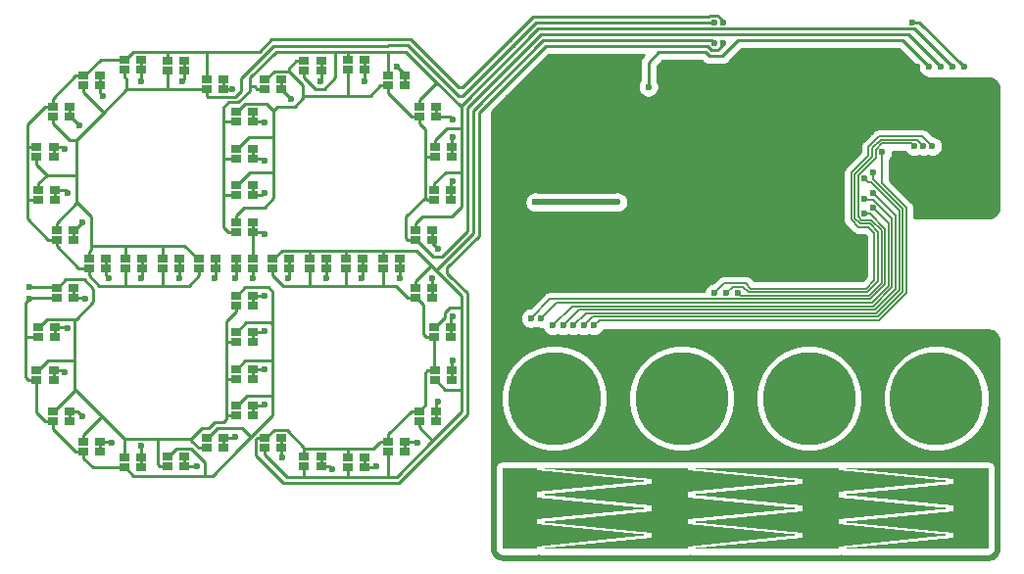
<source format=gbr>
G04 #@! TF.GenerationSoftware,KiCad,Pcbnew,5.0.2+dfsg1-1~bpo9+1*
G04 #@! TF.CreationDate,2019-04-13T13:24:29+03:00*
G04 #@! TF.ProjectId,kicad,6b696361-642e-46b6-9963-61645f706362,rev?*
G04 #@! TF.SameCoordinates,Original*
G04 #@! TF.FileFunction,Copper,L1,Top*
G04 #@! TF.FilePolarity,Positive*
%FSLAX46Y46*%
G04 Gerber Fmt 4.6, Leading zero omitted, Abs format (unit mm)*
G04 Created by KiCad (PCBNEW 5.0.2+dfsg1-1~bpo9+1) date Sat 13 Apr 2019 01:24:29 PM MSK*
%MOMM*%
%LPD*%
G01*
G04 APERTURE LIST*
G04 #@! TA.AperFunction,Conductor*
%ADD10C,8.000000*%
G04 #@! TD*
G04 #@! TA.AperFunction,SMDPad,CuDef*
%ADD11R,0.850000X0.650000*%
G04 #@! TD*
G04 #@! TA.AperFunction,Conductor*
%ADD12C,2.333333*%
G04 #@! TD*
G04 #@! TA.AperFunction,Conductor*
%ADD13C,0.100000*%
G04 #@! TD*
G04 #@! TA.AperFunction,ViaPad*
%ADD14C,0.600000*%
G04 #@! TD*
G04 #@! TA.AperFunction,Conductor*
%ADD15C,0.254000*%
G04 #@! TD*
G04 #@! TA.AperFunction,Conductor*
%ADD16C,0.508000*%
G04 #@! TD*
G04 #@! TA.AperFunction,Conductor*
%ADD17C,0.152400*%
G04 #@! TD*
G04 APERTURE END LIST*
D10*
G04 #@! TO.N,TOUCH_PAD3*
G04 #@! TO.C,TS4*
X183500000Y-115000000D03*
G04 #@! TD*
G04 #@! TO.N,TOUCH_PAD2*
G04 #@! TO.C,TS3*
X172500000Y-115000000D03*
G04 #@! TD*
G04 #@! TO.N,TOUCH_PAD1*
G04 #@! TO.C,TS2*
X161500000Y-115000000D03*
G04 #@! TD*
G04 #@! TO.N,TOUCH_PAD0*
G04 #@! TO.C,TS1*
X150500000Y-115000000D03*
G04 #@! TD*
D11*
G04 #@! TO.P,D49,1*
G04 #@! TO.N,LED_A8*
X122984000Y-102926000D03*
G04 #@! TO.P,D49,2*
X122984000Y-103776000D03*
G04 #@! TO.P,D49,4*
G04 #@! TO.N,LED_K1*
X124434000Y-103776000D03*
G04 #@! TO.P,D49,3*
G04 #@! TO.N,LED_K0*
X124434000Y-102926000D03*
G04 #@! TD*
G04 #@! TO.P,D48,1*
G04 #@! TO.N,LED_A7*
X138492852Y-100426333D03*
G04 #@! TO.P,D48,2*
G04 #@! TO.N,LED_A6*
X138492852Y-101276333D03*
G04 #@! TO.P,D48,4*
G04 #@! TO.N,LED_K11*
X139942852Y-101276333D03*
G04 #@! TO.P,D48,3*
X139942852Y-100426333D03*
G04 #@! TD*
G04 #@! TO.P,D47,1*
G04 #@! TO.N,LED_A5*
X120484333Y-87417147D03*
G04 #@! TO.P,D47,2*
G04 #@! TO.N,LED_A4*
X120484333Y-88267147D03*
G04 #@! TO.P,D47,4*
G04 #@! TO.N,LED_K11*
X121934333Y-88267147D03*
G04 #@! TO.P,D47,3*
X121934333Y-87417147D03*
G04 #@! TD*
G04 #@! TO.P,D46,1*
G04 #@! TO.N,LED_A3*
X107475147Y-105425666D03*
G04 #@! TO.P,D46,2*
G04 #@! TO.N,LED_A2*
X107475147Y-106275666D03*
G04 #@! TO.P,D46,4*
G04 #@! TO.N,LED_K11*
X108925147Y-106275666D03*
G04 #@! TO.P,D46,3*
X108925147Y-105425666D03*
G04 #@! TD*
G04 #@! TO.P,D45,1*
G04 #@! TO.N,LED_A1*
X125483666Y-118434852D03*
G04 #@! TO.P,D45,2*
G04 #@! TO.N,LED_A0*
X125483666Y-119284852D03*
G04 #@! TO.P,D45,4*
G04 #@! TO.N,LED_K11*
X126933666Y-119284852D03*
G04 #@! TO.P,D45,3*
X126933666Y-118434852D03*
G04 #@! TD*
G04 #@! TO.P,D44,1*
G04 #@! TO.N,LED_A7*
X140081919Y-97018568D03*
G04 #@! TO.P,D44,2*
G04 #@! TO.N,LED_A6*
X140081919Y-97868568D03*
G04 #@! TO.P,D44,4*
G04 #@! TO.N,LED_K10*
X141531919Y-97868568D03*
G04 #@! TO.P,D44,3*
X141531919Y-97018568D03*
G04 #@! TD*
G04 #@! TO.P,D43,1*
G04 #@! TO.N,LED_A5*
X117076568Y-85828080D03*
G04 #@! TO.P,D43,2*
G04 #@! TO.N,LED_A4*
X117076568Y-86678080D03*
G04 #@! TO.P,D43,4*
G04 #@! TO.N,LED_K10*
X118526568Y-86678080D03*
G04 #@! TO.P,D43,3*
X118526568Y-85828080D03*
G04 #@! TD*
G04 #@! TO.P,D42,1*
G04 #@! TO.N,LED_A3*
X105886080Y-108833431D03*
G04 #@! TO.P,D42,2*
G04 #@! TO.N,LED_A2*
X105886080Y-109683431D03*
G04 #@! TO.P,D42,4*
G04 #@! TO.N,LED_K10*
X107336080Y-109683431D03*
G04 #@! TO.P,D42,3*
X107336080Y-108833431D03*
G04 #@! TD*
G04 #@! TO.P,D41,1*
G04 #@! TO.N,LED_A1*
X128891431Y-120023919D03*
G04 #@! TO.P,D41,2*
G04 #@! TO.N,LED_A0*
X128891431Y-120873919D03*
G04 #@! TO.P,D41,4*
G04 #@! TO.N,LED_K10*
X130341431Y-120873919D03*
G04 #@! TO.P,D41,3*
X130341431Y-120023919D03*
G04 #@! TD*
G04 #@! TO.P,D40,1*
G04 #@! TO.N,LED_A7*
X140191279Y-93260107D03*
G04 #@! TO.P,D40,2*
G04 #@! TO.N,LED_A6*
X140191279Y-94110107D03*
G04 #@! TO.P,D40,4*
G04 #@! TO.N,LED_K9*
X141641279Y-94110107D03*
G04 #@! TO.P,D40,3*
X141641279Y-93260107D03*
G04 #@! TD*
G04 #@! TO.P,D39,1*
G04 #@! TO.N,LED_A5*
X113318107Y-85718720D03*
G04 #@! TO.P,D39,2*
G04 #@! TO.N,LED_A4*
X113318107Y-86568720D03*
G04 #@! TO.P,D39,4*
G04 #@! TO.N,LED_K9*
X114768107Y-86568720D03*
G04 #@! TO.P,D39,3*
X114768107Y-85718720D03*
G04 #@! TD*
G04 #@! TO.P,D38,1*
G04 #@! TO.N,LED_A3*
X105776720Y-112591892D03*
G04 #@! TO.P,D38,2*
G04 #@! TO.N,LED_A2*
X105776720Y-113441892D03*
G04 #@! TO.P,D38,4*
G04 #@! TO.N,LED_K9*
X107226720Y-113441892D03*
G04 #@! TO.P,D38,3*
X107226720Y-112591892D03*
G04 #@! TD*
G04 #@! TO.P,D37,1*
G04 #@! TO.N,LED_A1*
X132649892Y-120133279D03*
G04 #@! TO.P,D37,2*
G04 #@! TO.N,LED_A0*
X132649892Y-120983279D03*
G04 #@! TO.P,D37,4*
G04 #@! TO.N,LED_K9*
X134099892Y-120983279D03*
G04 #@! TO.P,D37,3*
X134099892Y-120133279D03*
G04 #@! TD*
G04 #@! TO.P,D36,1*
G04 #@! TO.N,LED_A7*
X138803045Y-89765712D03*
G04 #@! TO.P,D36,2*
G04 #@! TO.N,LED_A6*
X138803045Y-90615712D03*
G04 #@! TO.P,D36,4*
G04 #@! TO.N,LED_K8*
X140253045Y-90615712D03*
G04 #@! TO.P,D36,3*
X140253045Y-89765712D03*
G04 #@! TD*
G04 #@! TO.P,D35,1*
G04 #@! TO.N,LED_A5*
X109823712Y-87106954D03*
G04 #@! TO.P,D35,2*
G04 #@! TO.N,LED_A4*
X109823712Y-87956954D03*
G04 #@! TO.P,D35,4*
G04 #@! TO.N,LED_K8*
X111273712Y-87956954D03*
G04 #@! TO.P,D35,3*
X111273712Y-87106954D03*
G04 #@! TD*
G04 #@! TO.P,D34,1*
G04 #@! TO.N,LED_A3*
X107164954Y-116086287D03*
G04 #@! TO.P,D34,2*
G04 #@! TO.N,LED_A2*
X107164954Y-116936287D03*
G04 #@! TO.P,D34,4*
G04 #@! TO.N,LED_K8*
X108614954Y-116936287D03*
G04 #@! TO.P,D34,3*
X108614954Y-116086287D03*
G04 #@! TD*
G04 #@! TO.P,D33,1*
G04 #@! TO.N,LED_A1*
X136144287Y-118745045D03*
G04 #@! TO.P,D33,2*
G04 #@! TO.N,LED_A0*
X136144287Y-119595045D03*
G04 #@! TO.P,D33,4*
G04 #@! TO.N,LED_K8*
X137594287Y-119595045D03*
G04 #@! TO.P,D33,3*
X137594287Y-118745045D03*
G04 #@! TD*
G04 #@! TO.P,D32,1*
G04 #@! TO.N,LED_A7*
X136144287Y-87106954D03*
G04 #@! TO.P,D32,2*
G04 #@! TO.N,LED_A6*
X136144287Y-87956954D03*
G04 #@! TO.P,D32,4*
G04 #@! TO.N,LED_K7*
X137594287Y-87956954D03*
G04 #@! TO.P,D32,3*
X137594287Y-87106954D03*
G04 #@! TD*
G04 #@! TO.P,D31,1*
G04 #@! TO.N,LED_A5*
X107164954Y-89765712D03*
G04 #@! TO.P,D31,2*
G04 #@! TO.N,LED_A4*
X107164954Y-90615712D03*
G04 #@! TO.P,D31,4*
G04 #@! TO.N,LED_K7*
X108614954Y-90615712D03*
G04 #@! TO.P,D31,3*
X108614954Y-89765712D03*
G04 #@! TD*
G04 #@! TO.P,D30,1*
G04 #@! TO.N,LED_A3*
X109823712Y-118745045D03*
G04 #@! TO.P,D30,2*
G04 #@! TO.N,LED_A2*
X109823712Y-119595045D03*
G04 #@! TO.P,D30,4*
G04 #@! TO.N,LED_K7*
X111273712Y-119595045D03*
G04 #@! TO.P,D30,3*
X111273712Y-118745045D03*
G04 #@! TD*
G04 #@! TO.P,D29,1*
G04 #@! TO.N,LED_A1*
X138803045Y-116086287D03*
G04 #@! TO.P,D29,2*
G04 #@! TO.N,LED_A0*
X138803045Y-116936287D03*
G04 #@! TO.P,D29,4*
G04 #@! TO.N,LED_K7*
X140253045Y-116936287D03*
G04 #@! TO.P,D29,3*
X140253045Y-116086287D03*
G04 #@! TD*
G04 #@! TO.P,D28,1*
G04 #@! TO.N,LED_A7*
X132649892Y-85718720D03*
G04 #@! TO.P,D28,2*
G04 #@! TO.N,LED_A6*
X132649892Y-86568720D03*
G04 #@! TO.P,D28,4*
G04 #@! TO.N,LED_K6*
X134099892Y-86568720D03*
G04 #@! TO.P,D28,3*
X134099892Y-85718720D03*
G04 #@! TD*
G04 #@! TO.P,D27,1*
G04 #@! TO.N,LED_A5*
X105776720Y-93260107D03*
G04 #@! TO.P,D27,2*
G04 #@! TO.N,LED_A4*
X105776720Y-94110107D03*
G04 #@! TO.P,D27,4*
G04 #@! TO.N,LED_K6*
X107226720Y-94110107D03*
G04 #@! TO.P,D27,3*
X107226720Y-93260107D03*
G04 #@! TD*
G04 #@! TO.P,D26,1*
G04 #@! TO.N,LED_A3*
X113318107Y-120133279D03*
G04 #@! TO.P,D26,2*
G04 #@! TO.N,LED_A2*
X113318107Y-120983279D03*
G04 #@! TO.P,D26,4*
G04 #@! TO.N,LED_K6*
X114768107Y-120983279D03*
G04 #@! TO.P,D26,3*
X114768107Y-120133279D03*
G04 #@! TD*
G04 #@! TO.P,D25,1*
G04 #@! TO.N,LED_A1*
X140191279Y-112591892D03*
G04 #@! TO.P,D25,2*
G04 #@! TO.N,LED_A0*
X140191279Y-113441892D03*
G04 #@! TO.P,D25,4*
G04 #@! TO.N,LED_K6*
X141641279Y-113441892D03*
G04 #@! TO.P,D25,3*
X141641279Y-112591892D03*
G04 #@! TD*
G04 #@! TO.P,D24,1*
G04 #@! TO.N,LED_A6*
X128891431Y-85828080D03*
G04 #@! TO.P,D24,2*
G04 #@! TO.N,LED_A7*
X128891431Y-86678080D03*
G04 #@! TO.P,D24,4*
G04 #@! TO.N,LED_K5*
X130341431Y-86678080D03*
G04 #@! TO.P,D24,3*
X130341431Y-85828080D03*
G04 #@! TD*
G04 #@! TO.P,D23,1*
G04 #@! TO.N,LED_A4*
X105886080Y-97018568D03*
G04 #@! TO.P,D23,2*
G04 #@! TO.N,LED_A5*
X105886080Y-97868568D03*
G04 #@! TO.P,D23,4*
G04 #@! TO.N,LED_K5*
X107336080Y-97868568D03*
G04 #@! TO.P,D23,3*
X107336080Y-97018568D03*
G04 #@! TD*
G04 #@! TO.P,D22,1*
G04 #@! TO.N,LED_A2*
X117076568Y-120023919D03*
G04 #@! TO.P,D22,2*
G04 #@! TO.N,LED_A3*
X117076568Y-120873919D03*
G04 #@! TO.P,D22,4*
G04 #@! TO.N,LED_K5*
X118526568Y-120873919D03*
G04 #@! TO.P,D22,3*
X118526568Y-120023919D03*
G04 #@! TD*
G04 #@! TO.P,D21,1*
G04 #@! TO.N,LED_A0*
X140081919Y-108833431D03*
G04 #@! TO.P,D21,2*
G04 #@! TO.N,LED_A1*
X140081919Y-109683431D03*
G04 #@! TO.P,D21,4*
G04 #@! TO.N,LED_K5*
X141531919Y-109683431D03*
G04 #@! TO.P,D21,3*
X141531919Y-108833431D03*
G04 #@! TD*
G04 #@! TO.P,D20,1*
G04 #@! TO.N,LED_A6*
X125483666Y-87417147D03*
G04 #@! TO.P,D20,2*
G04 #@! TO.N,LED_A7*
X125483666Y-88267147D03*
G04 #@! TO.P,D20,4*
G04 #@! TO.N,LED_K4*
X126933666Y-88267147D03*
G04 #@! TO.P,D20,3*
X126933666Y-87417147D03*
G04 #@! TD*
G04 #@! TO.P,D19,1*
G04 #@! TO.N,LED_A4*
X107475147Y-100426333D03*
G04 #@! TO.P,D19,2*
G04 #@! TO.N,LED_A5*
X107475147Y-101276333D03*
G04 #@! TO.P,D19,4*
G04 #@! TO.N,LED_K4*
X108925147Y-101276333D03*
G04 #@! TO.P,D19,3*
X108925147Y-100426333D03*
G04 #@! TD*
G04 #@! TO.P,D18,1*
G04 #@! TO.N,LED_A2*
X120484333Y-118434852D03*
G04 #@! TO.P,D18,2*
G04 #@! TO.N,LED_A3*
X120484333Y-119284852D03*
G04 #@! TO.P,D18,4*
G04 #@! TO.N,LED_K4*
X121934333Y-119284852D03*
G04 #@! TO.P,D18,3*
X121934333Y-118434852D03*
G04 #@! TD*
G04 #@! TO.P,D17,1*
G04 #@! TO.N,LED_A0*
X138492852Y-105425666D03*
G04 #@! TO.P,D17,2*
G04 #@! TO.N,LED_A1*
X138492852Y-106275666D03*
G04 #@! TO.P,D17,4*
G04 #@! TO.N,LED_K4*
X139942852Y-106275666D03*
G04 #@! TO.P,D17,3*
X139942852Y-105425666D03*
G04 #@! TD*
G04 #@! TO.P,D16,1*
G04 #@! TO.N,LED_A6*
X122984000Y-90226000D03*
G04 #@! TO.P,D16,2*
G04 #@! TO.N,LED_A7*
X122984000Y-91076000D03*
G04 #@! TO.P,D16,4*
G04 #@! TO.N,LED_K3*
X124434000Y-91076000D03*
G04 #@! TO.P,D16,3*
X124434000Y-90226000D03*
G04 #@! TD*
G04 #@! TO.P,D15,1*
G04 #@! TO.N,LED_A4*
X110284000Y-102926000D03*
G04 #@! TO.P,D15,2*
G04 #@! TO.N,LED_A5*
X110284000Y-103776000D03*
G04 #@! TO.P,D15,4*
G04 #@! TO.N,LED_K3*
X111734000Y-103776000D03*
G04 #@! TO.P,D15,3*
X111734000Y-102926000D03*
G04 #@! TD*
G04 #@! TO.P,D14,1*
G04 #@! TO.N,LED_A2*
X122984000Y-115626000D03*
G04 #@! TO.P,D14,2*
G04 #@! TO.N,LED_A3*
X122984000Y-116476000D03*
G04 #@! TO.P,D14,4*
G04 #@! TO.N,LED_K3*
X124434000Y-116476000D03*
G04 #@! TO.P,D14,3*
X124434000Y-115626000D03*
G04 #@! TD*
G04 #@! TO.P,D13,1*
G04 #@! TO.N,LED_A0*
X135684000Y-102926000D03*
G04 #@! TO.P,D13,2*
G04 #@! TO.N,LED_A1*
X135684000Y-103776000D03*
G04 #@! TO.P,D13,4*
G04 #@! TO.N,LED_K3*
X137134000Y-103776000D03*
G04 #@! TO.P,D13,3*
X137134000Y-102926000D03*
G04 #@! TD*
G04 #@! TO.P,D12,1*
G04 #@! TO.N,LED_A6*
X122984000Y-93401000D03*
G04 #@! TO.P,D12,2*
G04 #@! TO.N,LED_A7*
X122984000Y-94251000D03*
G04 #@! TO.P,D12,4*
G04 #@! TO.N,LED_K2*
X124434000Y-94251000D03*
G04 #@! TO.P,D12,3*
X124434000Y-93401000D03*
G04 #@! TD*
G04 #@! TO.P,D11,1*
G04 #@! TO.N,LED_A4*
X113459000Y-102926000D03*
G04 #@! TO.P,D11,2*
G04 #@! TO.N,LED_A5*
X113459000Y-103776000D03*
G04 #@! TO.P,D11,4*
G04 #@! TO.N,LED_K2*
X114909000Y-103776000D03*
G04 #@! TO.P,D11,3*
X114909000Y-102926000D03*
G04 #@! TD*
G04 #@! TO.P,D10,1*
G04 #@! TO.N,LED_A2*
X122984000Y-112450999D03*
G04 #@! TO.P,D10,2*
G04 #@! TO.N,LED_A3*
X122984000Y-113300999D03*
G04 #@! TO.P,D10,4*
G04 #@! TO.N,LED_K2*
X124434000Y-113300999D03*
G04 #@! TO.P,D10,3*
X124434000Y-112450999D03*
G04 #@! TD*
G04 #@! TO.P,D9,1*
G04 #@! TO.N,LED_A0*
X132509000Y-102926000D03*
G04 #@! TO.P,D9,2*
G04 #@! TO.N,LED_A1*
X132509000Y-103776000D03*
G04 #@! TO.P,D9,4*
G04 #@! TO.N,LED_K2*
X133959000Y-103776000D03*
G04 #@! TO.P,D9,3*
X133959000Y-102926000D03*
G04 #@! TD*
G04 #@! TO.P,D8,1*
G04 #@! TO.N,LED_A6*
X122984000Y-96576000D03*
G04 #@! TO.P,D8,2*
G04 #@! TO.N,LED_A7*
X122984000Y-97426000D03*
G04 #@! TO.P,D8,4*
G04 #@! TO.N,LED_K1*
X124434000Y-97426000D03*
G04 #@! TO.P,D8,3*
X124434000Y-96576000D03*
G04 #@! TD*
G04 #@! TO.P,D7,1*
G04 #@! TO.N,LED_A4*
X116634000Y-102926000D03*
G04 #@! TO.P,D7,2*
G04 #@! TO.N,LED_A5*
X116634000Y-103776000D03*
G04 #@! TO.P,D7,4*
G04 #@! TO.N,LED_K1*
X118084000Y-103776000D03*
G04 #@! TO.P,D7,3*
X118084000Y-102926000D03*
G04 #@! TD*
G04 #@! TO.P,D6,1*
G04 #@! TO.N,LED_A2*
X122984000Y-109276000D03*
G04 #@! TO.P,D6,2*
G04 #@! TO.N,LED_A3*
X122984000Y-110126000D03*
G04 #@! TO.P,D6,4*
G04 #@! TO.N,LED_K1*
X124434000Y-110126000D03*
G04 #@! TO.P,D6,3*
X124434000Y-109276000D03*
G04 #@! TD*
G04 #@! TO.P,D5,1*
G04 #@! TO.N,LED_A0*
X129334000Y-102926000D03*
G04 #@! TO.P,D5,2*
G04 #@! TO.N,LED_A1*
X129334000Y-103776000D03*
G04 #@! TO.P,D5,4*
G04 #@! TO.N,LED_K1*
X130784000Y-103776000D03*
G04 #@! TO.P,D5,3*
X130784000Y-102926000D03*
G04 #@! TD*
G04 #@! TO.P,D4,1*
G04 #@! TO.N,LED_A6*
X122984000Y-99751000D03*
G04 #@! TO.P,D4,2*
G04 #@! TO.N,LED_A7*
X122984000Y-100601000D03*
G04 #@! TO.P,D4,4*
G04 #@! TO.N,LED_K0*
X124434000Y-100601000D03*
G04 #@! TO.P,D4,3*
X124434000Y-99751000D03*
G04 #@! TD*
G04 #@! TO.P,D3,1*
G04 #@! TO.N,LED_A4*
X119809000Y-102926000D03*
G04 #@! TO.P,D3,2*
G04 #@! TO.N,LED_A5*
X119809000Y-103776000D03*
G04 #@! TO.P,D3,4*
G04 #@! TO.N,LED_K0*
X121259000Y-103776000D03*
G04 #@! TO.P,D3,3*
X121259000Y-102926000D03*
G04 #@! TD*
G04 #@! TO.P,D2,1*
G04 #@! TO.N,LED_A2*
X122984000Y-106101000D03*
G04 #@! TO.P,D2,2*
G04 #@! TO.N,LED_A3*
X122984000Y-106951000D03*
G04 #@! TO.P,D2,4*
G04 #@! TO.N,LED_K0*
X124434000Y-106951000D03*
G04 #@! TO.P,D2,3*
X124434000Y-106101000D03*
G04 #@! TD*
G04 #@! TO.P,D1,1*
G04 #@! TO.N,LED_A0*
X126159000Y-102926000D03*
G04 #@! TO.P,D1,2*
G04 #@! TO.N,LED_A1*
X126159000Y-103776000D03*
G04 #@! TO.P,D1,4*
G04 #@! TO.N,LED_K0*
X127609000Y-103776000D03*
G04 #@! TO.P,D1,3*
X127609000Y-102926000D03*
G04 #@! TD*
D12*
G04 #@! TO.N,N$20*
G04 #@! TO.C,TS5*
X147500000Y-124500000D03*
D13*
G36*
X149000000Y-121229421D02*
X158640237Y-122166667D01*
X149000000Y-123103912D01*
X149000000Y-123562755D01*
X158640237Y-124500000D01*
X149000000Y-125437245D01*
X149000000Y-125896088D01*
X158640237Y-126833333D01*
X149000000Y-127770579D01*
X149000000Y-128000000D01*
X146000000Y-128000000D01*
X146000000Y-121000000D01*
X149000000Y-121000000D01*
X149000000Y-121229421D01*
X149000000Y-121229421D01*
G37*
D12*
G04 #@! TO.N,N$21*
X160476341Y-124500000D03*
D13*
G36*
X162047319Y-121229421D02*
X171687555Y-122166667D01*
X162047319Y-123103912D01*
X162047319Y-123562755D01*
X171687555Y-124500000D01*
X162047319Y-125437245D01*
X162047319Y-125896088D01*
X171687555Y-126833333D01*
X162047319Y-127770579D01*
X162047319Y-128000000D01*
X149265127Y-128000000D01*
X158905363Y-127062755D01*
X158905363Y-126603912D01*
X149265127Y-125666667D01*
X158905363Y-124729421D01*
X158905363Y-124270579D01*
X149265127Y-123333333D01*
X158905363Y-122396088D01*
X158905363Y-121937245D01*
X149265127Y-121000000D01*
X162047319Y-121000000D01*
X162047319Y-121229421D01*
X162047319Y-121229421D01*
G37*
D12*
G04 #@! TO.N,N$22*
X173523659Y-124500000D03*
D13*
G36*
X175094637Y-121229421D02*
X184734873Y-122166667D01*
X175094637Y-123103912D01*
X175094637Y-123562755D01*
X184734873Y-124500000D01*
X175094637Y-125437245D01*
X175094637Y-125896088D01*
X184734873Y-126833333D01*
X175094637Y-127770579D01*
X175094637Y-128000000D01*
X162312445Y-128000000D01*
X171952681Y-127062755D01*
X171952681Y-126603912D01*
X162312445Y-125666667D01*
X171952681Y-124729421D01*
X171952681Y-124270579D01*
X162312445Y-123333333D01*
X171952681Y-122396088D01*
X171952681Y-121937245D01*
X162312445Y-121000000D01*
X175094637Y-121000000D01*
X175094637Y-121229421D01*
X175094637Y-121229421D01*
G37*
D12*
G04 #@! TO.N,N$23*
X186500000Y-124500000D03*
D13*
G36*
X188000000Y-128000000D02*
X175359763Y-128000000D01*
X185000000Y-127062755D01*
X185000000Y-126603912D01*
X175359763Y-125666667D01*
X185000000Y-124729421D01*
X185000000Y-124270579D01*
X175359763Y-123333333D01*
X185000000Y-122396088D01*
X185000000Y-121937245D01*
X175359763Y-121000000D01*
X188000000Y-121000000D01*
X188000000Y-128000000D01*
X188000000Y-128000000D01*
G37*
G04 #@! TD*
D14*
G04 #@! TO.N,LED_K0*
X125501800Y-106095000D03*
X125451000Y-100761000D03*
X121133000Y-104571000D03*
X127483000Y-104571000D03*
G04 #@! TO.N,LED_K1*
X130785000Y-104571000D03*
X125451000Y-109143000D03*
X118085000Y-104571000D03*
X124435000Y-104571000D03*
X125451000Y-97205000D03*
G04 #@! TO.N,LED_A0*
X164338000Y-84328000D03*
G04 #@! TO.N,LED_K3*
X137135000Y-104571000D03*
X125451000Y-115493000D03*
X125451000Y-91109000D03*
X111989000Y-104571000D03*
G04 #@! TO.N,LED_K2*
X133833000Y-104571000D03*
X125451000Y-112445000D03*
X125451000Y-94411000D03*
X114783000Y-104571000D03*
G04 #@! TO.N,LED_K4*
X139929000Y-104571000D03*
X127737000Y-89077000D03*
X109703000Y-99745000D03*
X122911000Y-118287000D03*
G04 #@! TO.N,LED_K5*
X130277000Y-87553000D03*
X141707000Y-107873000D03*
X108433000Y-97205000D03*
X119609000Y-120827000D03*
G04 #@! TO.N,LED_K7*
X140437000Y-115239000D03*
X109449000Y-91363000D03*
X112243000Y-118795000D03*
X136881000Y-86283000D03*
G04 #@! TO.N,LED_K6*
X134087000Y-87553000D03*
X141707000Y-111683000D03*
X108179000Y-93395000D03*
X114783000Y-119049000D03*
G04 #@! TO.N,LED_K8*
X111481000Y-88823000D03*
X138659000Y-118795000D03*
X109703000Y-116509000D03*
X141707000Y-90855000D03*
G04 #@! TO.N,LED_A1*
X165100000Y-84328000D03*
G04 #@! TO.N,LED_A2*
X105140561Y-106426000D03*
G04 #@! TO.N,LED_A3*
X105140561Y-105410000D03*
G04 #@! TO.N,LED_A4*
X164338000Y-82478600D03*
G04 #@! TO.N,LED_A5*
X165100000Y-82478600D03*
G04 #@! TO.N,LED_A6*
X183896000Y-86360000D03*
G04 #@! TO.N,LED_A7*
X184912000Y-86360000D03*
G04 #@! TO.N,LED_A8*
X122911000Y-104571000D03*
X158623000Y-88074500D03*
X182880000Y-86360000D03*
G04 #@! TO.N,VDD*
X155956691Y-98043309D03*
X148844000Y-98044000D03*
G04 #@! TO.N,GND*
X146558000Y-93599000D03*
X146558000Y-92075000D03*
X146558000Y-90551000D03*
X146558000Y-89027000D03*
X173990000Y-91186000D03*
X169418000Y-95560000D03*
X177927000Y-85344000D03*
X181864000Y-86360000D03*
X176022000Y-104521000D03*
X146558000Y-94361000D03*
X146558000Y-92837000D03*
X146558000Y-91313000D03*
X146558000Y-89789000D03*
X183896000Y-94742000D03*
X183896000Y-97536000D03*
X183896000Y-96139000D03*
X176784000Y-93599000D03*
X187706000Y-110490000D03*
X145441042Y-110004109D03*
X148971000Y-105918000D03*
G04 #@! TO.N,N$13*
X178816000Y-93726000D03*
X153924000Y-108712000D03*
G04 #@! TO.N,N$14*
X177292000Y-97790000D03*
X150368000Y-108712000D03*
G04 #@! TO.N,N$5*
X185928000Y-86360000D03*
X181400000Y-82478600D03*
G04 #@! TO.N,N$19*
X177292000Y-96012000D03*
X152146000Y-108712000D03*
G04 #@! TO.N,N$20*
X146304000Y-121285000D03*
G04 #@! TO.N,N$16*
X178054000Y-98552000D03*
X149352000Y-108077000D03*
G04 #@! TO.N,N$15*
X178054000Y-97282000D03*
X151257000Y-108712000D03*
G04 #@! TO.N,N$17*
X177292000Y-99060000D03*
X148463000Y-108077000D03*
G04 #@! TO.N,N$18*
X178054000Y-95504000D03*
X153035000Y-108712000D03*
G04 #@! TO.N,TOUCH_PAD0*
X150500000Y-111500000D03*
G04 #@! TO.N,TOUCH_PAD1*
X161500000Y-111500000D03*
G04 #@! TO.N,TOUCH_PAD2*
X172500000Y-111500000D03*
G04 #@! TO.N,TOUCH_PAD3*
X183500000Y-111500000D03*
G04 #@! TO.N,N$21*
X160528000Y-121285000D03*
G04 #@! TO.N,N$22*
X173609000Y-121285000D03*
G04 #@! TO.N,N$23*
X187706000Y-121285000D03*
G04 #@! TO.N,N$8*
X166346043Y-105873443D03*
X181610000Y-93218000D03*
G04 #@! TO.N,N$10*
X165354000Y-105897400D03*
X182372000Y-93218000D03*
G04 #@! TO.N,N$9*
X164338000Y-105897400D03*
X183134000Y-93218000D03*
G04 #@! TO.N,LED_K9*
X141707000Y-92379000D03*
X108179000Y-112699000D03*
X114783000Y-87553000D03*
X135103000Y-120827000D03*
G04 #@! TO.N,LED_K10*
X141707000Y-96189000D03*
X108433000Y-108889000D03*
X118339000Y-87553000D03*
X131293000Y-121081000D03*
G04 #@! TO.N,LED_K11*
X109957000Y-106349000D03*
X126975000Y-120065000D03*
X140437000Y-102031000D03*
X122682000Y-88234000D03*
G04 #@! TD*
D15*
G04 #@! TO.N,LED_K0*
X124434000Y-99751000D02*
X124434000Y-100601000D01*
X121259000Y-102926000D02*
X121259000Y-103776000D01*
X127609000Y-102926000D02*
X127609000Y-103776000D01*
X124434000Y-106101000D02*
X124434000Y-106951000D01*
X125495800Y-106101000D02*
X125501800Y-106095000D01*
X124434000Y-106101000D02*
X125495800Y-106101000D01*
X125291000Y-100601000D02*
X125451000Y-100761000D01*
X124434000Y-100601000D02*
X125291000Y-100601000D01*
X121259000Y-104445000D02*
X121133000Y-104571000D01*
X121259000Y-103776000D02*
X121259000Y-104445000D01*
X127609000Y-104445000D02*
X127483000Y-104571000D01*
X127609000Y-103776000D02*
X127609000Y-104445000D01*
X124434000Y-102926000D02*
X124434000Y-100601000D01*
G04 #@! TO.N,LED_K1*
X130784000Y-102926000D02*
X130784000Y-103776000D01*
X130784000Y-104570000D02*
X130785000Y-104571000D01*
X130784000Y-103776000D02*
X130784000Y-104570000D01*
X124434000Y-110126000D02*
X124434000Y-109276000D01*
X125318000Y-109276000D02*
X125451000Y-109143000D01*
X124434000Y-109276000D02*
X125318000Y-109276000D01*
X124434000Y-96576000D02*
X124434000Y-97426000D01*
X118084000Y-102926000D02*
X118084000Y-103776000D01*
X118084000Y-104570000D02*
X118085000Y-104571000D01*
X118084000Y-103776000D02*
X118084000Y-104570000D01*
X124434000Y-104570000D02*
X124435000Y-104571000D01*
X124434000Y-103776000D02*
X124434000Y-104570000D01*
X125230000Y-97426000D02*
X125451000Y-97205000D01*
X124434000Y-97426000D02*
X125230000Y-97426000D01*
G04 #@! TO.N,LED_A0*
X126159000Y-102926000D02*
X126259000Y-102926000D01*
X126259000Y-102926000D02*
X126965001Y-102219999D01*
X139784518Y-103555000D02*
X139920882Y-103555000D01*
X138492852Y-105425666D02*
X138492852Y-104846666D01*
X141023909Y-107548209D02*
X141461118Y-107111000D01*
X141023909Y-107991441D02*
X141023909Y-107548209D01*
X140081919Y-108833431D02*
X140181919Y-108833431D01*
X140181919Y-108833431D02*
X141023909Y-107991441D01*
X141961000Y-107111000D02*
X142215000Y-107111000D01*
X142469000Y-106857000D02*
X142469000Y-107111000D01*
X141461118Y-107111000D02*
X141961000Y-107111000D01*
X141961000Y-107111000D02*
X142469000Y-107111000D01*
X142469000Y-106103118D02*
X142469000Y-106857000D01*
X142469000Y-107111000D02*
X142469000Y-107365000D01*
X139675000Y-103664518D02*
X139784518Y-103555000D01*
X138492852Y-104846666D02*
X139675000Y-103664518D01*
X140030400Y-103664518D02*
X140183000Y-103817118D01*
X140183000Y-103817118D02*
X142469000Y-106103118D01*
X139920882Y-103555000D02*
X140183000Y-103817118D01*
X127381815Y-121762001D02*
X125483666Y-119863852D01*
X125483666Y-119863852D02*
X125483666Y-119284852D01*
X141072387Y-114223000D02*
X142469000Y-114223000D01*
X140291279Y-113441892D02*
X141072387Y-114223000D01*
X140191279Y-113441892D02*
X140291279Y-113441892D01*
X142469000Y-107365000D02*
X142469000Y-114223000D01*
X142469000Y-114223000D02*
X142469000Y-116156134D01*
X139929000Y-118641242D02*
X139929000Y-118696134D01*
X138803045Y-117515287D02*
X139929000Y-118641242D01*
X138803045Y-116936287D02*
X138803045Y-117515287D01*
X139929000Y-118696134D02*
X136863133Y-121762001D01*
X142469000Y-116156134D02*
X139929000Y-118696134D01*
X136144287Y-119595045D02*
X136144287Y-121736714D01*
X136144287Y-121736714D02*
X136119000Y-121762001D01*
X136863133Y-121762001D02*
X136119000Y-121762001D01*
X132649892Y-120983279D02*
X132649892Y-121562279D01*
X132649892Y-121562279D02*
X132649892Y-121594893D01*
X132817000Y-121762001D02*
X132563000Y-121762001D01*
X136119000Y-121762001D02*
X132817000Y-121762001D01*
X132649892Y-121675109D02*
X132563000Y-121762001D01*
X132649892Y-121562279D02*
X132649892Y-121675109D01*
X132563000Y-121762001D02*
X129007000Y-121762001D01*
X164337960Y-84328000D02*
X164338000Y-84328000D01*
X164083980Y-84074020D02*
X164337960Y-84328000D01*
X140183000Y-103817118D02*
X140377198Y-103817118D01*
X140377198Y-103817118D02*
X143463300Y-100731016D01*
X143463300Y-100731016D02*
X143463300Y-90129568D01*
X149518848Y-84074020D02*
X164083980Y-84074020D01*
X143463300Y-90129568D02*
X149518848Y-84074020D01*
X135684000Y-102926000D02*
X135684000Y-102222799D01*
X139920882Y-103555000D02*
X138585881Y-102219999D01*
X138585881Y-102219999D02*
X132817000Y-102219999D01*
X132509000Y-102267999D02*
X132461000Y-102219999D01*
X132509000Y-102926000D02*
X132509000Y-102267999D01*
X132817000Y-102219999D02*
X132461000Y-102219999D01*
X132461000Y-102219999D02*
X129515000Y-102219999D01*
X126965001Y-102219999D02*
X128778000Y-102219999D01*
X129334000Y-102267999D02*
X129286000Y-102219999D01*
X129286000Y-102219999D02*
X128778000Y-102219999D01*
X129334000Y-102926000D02*
X129334000Y-102267999D01*
X129515000Y-102219999D02*
X129286000Y-102219999D01*
X128891431Y-121748432D02*
X128905000Y-121762001D01*
X128891431Y-120873919D02*
X128891431Y-121748432D01*
X128905000Y-121762001D02*
X127381815Y-121762001D01*
X129007000Y-121762001D02*
X128905000Y-121762001D01*
G04 #@! TO.N,LED_K3*
X137134000Y-102926000D02*
X137134000Y-103776000D01*
X137134000Y-104570000D02*
X137135000Y-104571000D01*
X137134000Y-103776000D02*
X137134000Y-104570000D01*
X124434000Y-116476000D02*
X124434000Y-115626000D01*
X125318000Y-115626000D02*
X125451000Y-115493000D01*
X124434000Y-115626000D02*
X125318000Y-115626000D01*
X124434000Y-90226000D02*
X124434000Y-91076000D01*
X125418000Y-91076000D02*
X125451000Y-91109000D01*
X124434000Y-91076000D02*
X125418000Y-91076000D01*
X111734000Y-102926000D02*
X111734000Y-103776000D01*
X111734000Y-104316000D02*
X111989000Y-104571000D01*
X111734000Y-103776000D02*
X111734000Y-104316000D01*
G04 #@! TO.N,LED_K2*
X133959000Y-102926000D02*
X133959000Y-103776000D01*
X133959000Y-104445000D02*
X133833000Y-104571000D01*
X133959000Y-103776000D02*
X133959000Y-104445000D01*
X124434000Y-113300999D02*
X124434000Y-112450999D01*
X125445001Y-112450999D02*
X125451000Y-112445000D01*
X124434000Y-112450999D02*
X125445001Y-112450999D01*
X124434000Y-93401000D02*
X124434000Y-94251000D01*
X125291000Y-94251000D02*
X125451000Y-94411000D01*
X124434000Y-94251000D02*
X125291000Y-94251000D01*
X114909000Y-102926000D02*
X114909000Y-103776000D01*
X114909000Y-104445000D02*
X114783000Y-104571000D01*
X114909000Y-103776000D02*
X114909000Y-104445000D01*
G04 #@! TO.N,LED_K4*
X139942852Y-106275666D02*
X139942852Y-105425666D01*
X139942852Y-104584852D02*
X139929000Y-104571000D01*
X139942852Y-105425666D02*
X139942852Y-104584852D01*
X126933666Y-87417147D02*
X126933666Y-88267147D01*
X126933666Y-88273666D02*
X127737000Y-89077000D01*
X126933666Y-88267147D02*
X126933666Y-88273666D01*
X121934333Y-118434852D02*
X121934333Y-119284852D01*
X108925147Y-101276333D02*
X108925147Y-100426333D01*
X109021667Y-100426333D02*
X109703000Y-99745000D01*
X108925147Y-100426333D02*
X109021667Y-100426333D01*
X122763148Y-118434852D02*
X122911000Y-118287000D01*
X121934333Y-118434852D02*
X122763148Y-118434852D01*
G04 #@! TO.N,LED_K5*
X130341431Y-85828080D02*
X130341431Y-86678080D01*
X141531919Y-109683431D02*
X141531919Y-108833431D01*
X118526568Y-120023919D02*
X118526568Y-120873919D01*
X141531919Y-108048081D02*
X141707000Y-107873000D01*
X141531919Y-108833431D02*
X141531919Y-108048081D01*
X130341431Y-87488569D02*
X130277000Y-87553000D01*
X130341431Y-86678080D02*
X130341431Y-87488569D01*
X107336080Y-97868568D02*
X107336080Y-97018568D01*
X108246568Y-97018568D02*
X108433000Y-97205000D01*
X107336080Y-97018568D02*
X108246568Y-97018568D01*
X119562081Y-120873919D02*
X119609000Y-120827000D01*
X118526568Y-120873919D02*
X119562081Y-120873919D01*
G04 #@! TO.N,LED_K7*
X137594287Y-87106954D02*
X137594287Y-87956954D01*
X140253045Y-116936287D02*
X140253045Y-116086287D01*
X140253045Y-115422955D02*
X140437000Y-115239000D01*
X140253045Y-116086287D02*
X140253045Y-115422955D01*
X111273712Y-118745045D02*
X111273712Y-119595045D01*
X108701712Y-90615712D02*
X109449000Y-91363000D01*
X108614954Y-90615712D02*
X108701712Y-90615712D01*
X112193045Y-118745045D02*
X112243000Y-118795000D01*
X111273712Y-118745045D02*
X112193045Y-118745045D01*
X137594287Y-86996287D02*
X136881000Y-86283000D01*
X137594287Y-87106954D02*
X137594287Y-86996287D01*
X108614954Y-89765712D02*
X108614954Y-90615712D01*
G04 #@! TO.N,LED_K6*
X134099892Y-85718720D02*
X134099892Y-86568720D01*
X134099892Y-87540108D02*
X134087000Y-87553000D01*
X134099892Y-86568720D02*
X134099892Y-87540108D01*
X141641279Y-113441892D02*
X141641279Y-112591892D01*
X141641279Y-111748721D02*
X141707000Y-111683000D01*
X141641279Y-112591892D02*
X141641279Y-111748721D01*
X114768107Y-120133279D02*
X114768107Y-120983279D01*
X107226720Y-94110107D02*
X107226720Y-93260107D01*
X108044107Y-93260107D02*
X108179000Y-93395000D01*
X107226720Y-93260107D02*
X108044107Y-93260107D01*
X114768107Y-119063893D02*
X114783000Y-119049000D01*
X114768107Y-120133279D02*
X114768107Y-119063893D01*
G04 #@! TO.N,LED_K8*
X140253045Y-89765712D02*
X140253045Y-90615712D01*
X137594287Y-119595045D02*
X137594287Y-118745045D01*
X108614954Y-116086287D02*
X108614954Y-116936287D01*
X111273712Y-87106954D02*
X111273712Y-87956954D01*
X111273712Y-88615712D02*
X111481000Y-88823000D01*
X111273712Y-87956954D02*
X111273712Y-88615712D01*
X138609045Y-118745045D02*
X138659000Y-118795000D01*
X137594287Y-118745045D02*
X138609045Y-118745045D01*
X109280287Y-116086287D02*
X109703000Y-116509000D01*
X108614954Y-116086287D02*
X109280287Y-116086287D01*
X141467712Y-90615712D02*
X141707000Y-90855000D01*
X140253045Y-90615712D02*
X141467712Y-90615712D01*
G04 #@! TO.N,LED_A1*
X126159000Y-104355000D02*
X127056001Y-105252001D01*
X126159000Y-103776000D02*
X126159000Y-104355000D01*
X140081919Y-112482532D02*
X140191279Y-112591892D01*
X140081919Y-109683431D02*
X140081919Y-112482532D01*
X136790187Y-105252001D02*
X135865000Y-105252001D01*
X138492852Y-106275666D02*
X137813852Y-106275666D01*
X135865000Y-105252001D02*
X136199999Y-105252001D01*
X137813852Y-106275666D02*
X136790187Y-105252001D01*
X136144287Y-118166045D02*
X136144287Y-118745045D01*
X136144287Y-118066045D02*
X136144287Y-118166045D01*
X138124045Y-116086287D02*
X136144287Y-118066045D01*
X138803045Y-116086287D02*
X138124045Y-116086287D01*
X129334000Y-103776000D02*
X129334000Y-105179001D01*
X129334000Y-105179001D02*
X129261000Y-105252001D01*
X127056001Y-105252001D02*
X129261000Y-105252001D01*
X132509000Y-105198001D02*
X132563000Y-105252001D01*
X132509000Y-103776000D02*
X132509000Y-105198001D01*
X129261000Y-105252001D02*
X132563000Y-105252001D01*
X135684000Y-103776000D02*
X135684000Y-105179001D01*
X135611000Y-105252001D02*
X135865000Y-105252001D01*
X135684000Y-105179001D02*
X135611000Y-105252001D01*
X132563000Y-105252001D02*
X135611000Y-105252001D01*
X135509000Y-118745045D02*
X136144287Y-118745045D01*
X132649892Y-119380000D02*
X132649892Y-120133279D01*
X134874045Y-119380000D02*
X135382045Y-118872000D01*
X135382045Y-118872000D02*
X135509000Y-118745045D01*
X132649892Y-119380000D02*
X134874045Y-119380000D01*
X132649892Y-119380000D02*
X128891431Y-119380000D01*
X128891431Y-119507000D02*
X128891431Y-120023919D01*
X128891431Y-119380000D02*
X128891431Y-119507000D01*
X128891431Y-120023919D02*
X128891431Y-119239282D01*
X127381000Y-117728851D02*
X126289667Y-117728851D01*
X128891431Y-119239282D02*
X127381000Y-117728851D01*
X125583666Y-118434852D02*
X125483666Y-118434852D01*
X126289667Y-117728851D02*
X125583666Y-118434852D01*
X138803045Y-116086287D02*
X138803045Y-116085955D01*
X138803045Y-116085955D02*
X139319000Y-115570000D01*
X139319000Y-112785171D02*
X139319000Y-115570000D01*
X139512279Y-112591892D02*
X139319000Y-112785171D01*
X140191279Y-112591892D02*
X139512279Y-112591892D01*
X139402919Y-109683431D02*
X140081919Y-109683431D01*
X138492852Y-106275666D02*
X138592852Y-106275666D01*
X139192000Y-106874814D02*
X139192000Y-109472512D01*
X138592852Y-106275666D02*
X139192000Y-106874814D01*
X139192000Y-109472512D02*
X139402919Y-109683431D01*
X124804666Y-118434852D02*
X125483666Y-118434852D01*
X124677665Y-118561853D02*
X124804666Y-118434852D01*
X124677665Y-119914653D02*
X124677665Y-118561853D01*
X142977010Y-116366558D02*
X137073558Y-122270010D01*
X142977010Y-105892694D02*
X142977010Y-116366558D01*
X141500000Y-104415684D02*
X142977010Y-105892694D01*
X127033023Y-122270011D02*
X124677665Y-119914653D01*
X141500000Y-104412750D02*
X141500000Y-104415684D01*
X165100000Y-84328000D02*
X165100000Y-84423514D01*
X149729272Y-84582030D02*
X143971310Y-90339992D01*
X165100000Y-84423514D02*
X164616113Y-84907401D01*
X164616113Y-84907401D02*
X164084000Y-84907401D01*
X137073558Y-122270010D02*
X127033023Y-122270011D01*
X164084000Y-84907401D02*
X163758629Y-84582030D01*
X163758629Y-84582030D02*
X149729272Y-84582030D01*
X141250000Y-103662750D02*
X141250000Y-104162750D01*
X143971310Y-90339992D02*
X143971310Y-100941440D01*
X143971310Y-100941440D02*
X141250000Y-103662750D01*
X141250000Y-104162750D02*
X141500000Y-104412750D01*
G04 #@! TO.N,LED_A2*
X119609000Y-119811000D02*
X119617118Y-119811000D01*
X117076568Y-120023919D02*
X117176568Y-120023919D01*
X117176568Y-120023919D02*
X117882569Y-119317918D01*
X117882569Y-119317918D02*
X119115918Y-119317918D01*
X119115918Y-119317918D02*
X119609000Y-119811000D01*
X122984000Y-106101000D02*
X123084000Y-106101000D01*
X125809681Y-105394999D02*
X126182801Y-105768119D01*
X123084000Y-106101000D02*
X123790001Y-105394999D01*
X123790001Y-105394999D02*
X125809681Y-105394999D01*
X126009800Y-108461999D02*
X126182801Y-108635000D01*
X123084000Y-109276000D02*
X123898001Y-108461999D01*
X122984000Y-109276000D02*
X123084000Y-109276000D01*
X123898001Y-108461999D02*
X126009800Y-108461999D01*
X126182801Y-105768119D02*
X126182801Y-108635000D01*
X123084000Y-112450999D02*
X123790001Y-111744998D01*
X122984000Y-112450999D02*
X123084000Y-112450999D01*
X123084000Y-115626000D02*
X123979000Y-114731000D01*
X122984000Y-115626000D02*
X123084000Y-115626000D01*
X126182801Y-111937000D02*
X126182801Y-114731000D01*
X123979000Y-114731000D02*
X126182801Y-114731000D01*
X109144712Y-119595045D02*
X109823712Y-119595045D01*
X107164954Y-117615287D02*
X109144712Y-119595045D01*
X107164954Y-116936287D02*
X107164954Y-117615287D01*
X113418107Y-120983279D02*
X113318107Y-120983279D01*
X114124108Y-121689280D02*
X113418107Y-120983279D01*
X109823712Y-120174045D02*
X109823712Y-119595045D01*
X110632946Y-120983279D02*
X109823712Y-120174045D01*
X113318107Y-120983279D02*
X110632946Y-120983279D01*
X120290001Y-121608281D02*
X120371000Y-121689280D01*
X119609000Y-119811000D02*
X120290001Y-120492001D01*
X120965707Y-121689280D02*
X120371000Y-121689280D01*
X120290001Y-120492001D02*
X120290001Y-121608281D01*
X120371000Y-121689280D02*
X114124108Y-121689280D01*
X105776720Y-116227053D02*
X105776720Y-114020892D01*
X105776720Y-114020892D02*
X105776720Y-113441892D01*
X106485954Y-116936287D02*
X105776720Y-116227053D01*
X107164954Y-116936287D02*
X106485954Y-116936287D01*
X105097720Y-113441892D02*
X104840562Y-113184734D01*
X105776720Y-113441892D02*
X105097720Y-113441892D01*
X104885131Y-109683431D02*
X104840562Y-109728000D01*
X105886080Y-109683431D02*
X104885131Y-109683431D01*
X105290895Y-106275666D02*
X105140561Y-106426000D01*
X107475147Y-106275666D02*
X105290895Y-106275666D01*
X105140561Y-106426000D02*
X104840562Y-106725999D01*
X104840562Y-106725999D02*
X104840562Y-109982000D01*
X104840562Y-109982000D02*
X104840562Y-109728000D01*
X104840562Y-113184734D02*
X104840562Y-109982000D01*
X123274987Y-119380000D02*
X120965707Y-121689280D01*
X123514715Y-119140272D02*
X123274987Y-119380000D01*
X126182801Y-114731000D02*
X126182801Y-115824000D01*
X126182801Y-116472186D02*
X126182801Y-115824000D01*
X126182801Y-115824000D02*
X126182801Y-116299915D01*
X123528987Y-117602000D02*
X124290987Y-118364000D01*
X121417185Y-117602000D02*
X123528987Y-117602000D01*
X123274987Y-119380000D02*
X124290987Y-118364000D01*
X120484333Y-118434852D02*
X120584333Y-118434852D01*
X124290987Y-118364000D02*
X126182801Y-116472186D01*
X120584333Y-118434852D02*
X121417185Y-117602000D01*
X126167799Y-111744998D02*
X126182801Y-111760000D01*
X123790001Y-111744998D02*
X126167799Y-111744998D01*
X126182801Y-111760000D02*
X126182801Y-111937000D01*
X126182801Y-108635000D02*
X126182801Y-111760000D01*
G04 #@! TO.N,LED_A3*
X108281148Y-104719665D02*
X109851665Y-104719665D01*
X107575147Y-105425666D02*
X108281148Y-104719665D01*
X107475147Y-105425666D02*
X107575147Y-105425666D01*
X110638001Y-105506001D02*
X110638001Y-106683999D01*
X109851665Y-104719665D02*
X110638001Y-105506001D01*
X110638001Y-106683999D02*
X109195000Y-108127000D01*
X105986080Y-108833431D02*
X106692511Y-108127000D01*
X105886080Y-108833431D02*
X105986080Y-108833431D01*
X105876720Y-112591892D02*
X106785612Y-111683000D01*
X105776720Y-112591892D02*
X105876720Y-112591892D01*
X113318107Y-120133279D02*
X113318107Y-118481893D01*
X106692511Y-108127000D02*
X108839000Y-108127000D01*
X108962001Y-111683000D02*
X109012001Y-111633000D01*
X106785612Y-111683000D02*
X108962001Y-111683000D01*
X109012001Y-111633000D02*
X109012001Y-113931117D01*
X109012001Y-108611079D02*
X109012001Y-111633000D01*
X109012001Y-108173001D02*
X108966000Y-108127000D01*
X109012001Y-108611079D02*
X109012001Y-108173001D01*
X108966000Y-108127000D02*
X109195000Y-108127000D01*
X108839000Y-108127000D02*
X108966000Y-108127000D01*
X122174000Y-108340000D02*
X122174000Y-110126000D01*
X122984000Y-107530000D02*
X122174000Y-108340000D01*
X122984000Y-106951000D02*
X122984000Y-107530000D01*
X122984000Y-110126000D02*
X122174000Y-110126000D01*
X122984000Y-116476000D02*
X122174000Y-116476000D01*
X113318107Y-118481893D02*
X113330001Y-118469999D01*
X116205000Y-120681351D02*
X116205000Y-118469999D01*
X116397568Y-120873919D02*
X116205000Y-120681351D01*
X117076568Y-120873919D02*
X116397568Y-120873919D01*
X113330001Y-118469999D02*
X116205000Y-118469999D01*
X119147001Y-118469999D02*
X116205000Y-118469999D01*
X120015000Y-117602000D02*
X119147001Y-118469999D01*
X122174000Y-116476000D02*
X122174000Y-116840000D01*
X122174000Y-116840000D02*
X121920000Y-117094000D01*
X121920000Y-117094000D02*
X121158000Y-117094000D01*
X120650000Y-117602000D02*
X120015000Y-117602000D01*
X121158000Y-117094000D02*
X120650000Y-117602000D01*
X109012001Y-114175787D02*
X109012001Y-113931117D01*
X111403757Y-116586000D02*
X111422214Y-116586000D01*
X109823712Y-118745045D02*
X109823712Y-118166045D01*
X111422214Y-116586000D02*
X109012001Y-114175787D01*
X109823712Y-118166045D02*
X111403757Y-116586000D01*
X113318107Y-118481893D02*
X111422214Y-116586000D01*
X107264954Y-116086287D02*
X107164954Y-116086287D01*
X109012001Y-114339240D02*
X107264954Y-116086287D01*
X109012001Y-114175787D02*
X109012001Y-114339240D01*
X107293945Y-105244464D02*
X107475147Y-105425666D01*
X107459481Y-105410000D02*
X107475147Y-105425666D01*
X105140561Y-105410000D02*
X107459481Y-105410000D01*
X119147001Y-118626520D02*
X119147001Y-118469999D01*
X119805333Y-119284852D02*
X119147001Y-118626520D01*
X120484333Y-119284852D02*
X119805333Y-119284852D01*
X122174000Y-113919000D02*
X122174000Y-116476000D01*
X122190999Y-113300999D02*
X122984000Y-113300999D01*
X122174000Y-113284000D02*
X122190999Y-113300999D01*
X122174000Y-110126000D02*
X122174000Y-113284000D01*
X122174000Y-113284000D02*
X122174000Y-113919000D01*
G04 #@! TO.N,LED_A4*
X110284000Y-102347000D02*
X110284000Y-102926000D01*
X110465000Y-102166000D02*
X110284000Y-102347000D01*
X109195000Y-97967000D02*
X110465000Y-99237000D01*
X110465000Y-99237000D02*
X110465000Y-101777000D01*
X110465000Y-101777000D02*
X110465000Y-102166000D01*
X119709000Y-102926000D02*
X119809000Y-102926000D01*
X118560000Y-101777000D02*
X119709000Y-102926000D01*
X116815000Y-101777000D02*
X118560000Y-101777000D01*
X113459000Y-101831000D02*
X113513000Y-101777000D01*
X113459000Y-102926000D02*
X113459000Y-101831000D01*
X110465000Y-101777000D02*
X113513000Y-101777000D01*
X109195000Y-98127480D02*
X109195000Y-97967000D01*
X107475147Y-99847333D02*
X109195000Y-98127480D01*
X107475147Y-100426333D02*
X107475147Y-99847333D01*
X105886080Y-96439568D02*
X106644648Y-95681000D01*
X109195000Y-92633000D02*
X109195000Y-95681000D01*
X106644648Y-95681000D02*
X109195000Y-95681000D01*
X105886080Y-97018568D02*
X105886080Y-96439568D01*
X109195000Y-95681000D02*
X109195000Y-97967000D01*
X105776720Y-94813072D02*
X106644648Y-95681000D01*
X105776720Y-94110107D02*
X105776720Y-94813072D01*
X108603242Y-92633000D02*
X109195000Y-92633000D01*
X107164954Y-91194712D02*
X108603242Y-92633000D01*
X107164954Y-90615712D02*
X107164954Y-91194712D01*
X111481000Y-90193242D02*
X111481000Y-90347000D01*
X109823712Y-88535954D02*
X111481000Y-90193242D01*
X109823712Y-87956954D02*
X109823712Y-88535954D01*
X113560853Y-88267147D02*
X111481000Y-90347000D01*
X111481000Y-90347000D02*
X109195000Y-92633000D01*
X113560853Y-87390466D02*
X113560853Y-88267147D01*
X113318107Y-87147720D02*
X113560853Y-87390466D01*
X113318107Y-86568720D02*
X113318107Y-87147720D01*
X117069000Y-87264648D02*
X117069000Y-88267147D01*
X117076568Y-87257080D02*
X117069000Y-87264648D01*
X117076568Y-86678080D02*
X117076568Y-87257080D01*
X120484333Y-88267147D02*
X117069000Y-88267147D01*
X117069000Y-88267147D02*
X113560853Y-88267147D01*
X120557334Y-88919148D02*
X122924814Y-88919148D01*
X120484333Y-88846147D02*
X120557334Y-88919148D01*
X122924814Y-88919148D02*
X123444000Y-88399962D01*
X120484333Y-88267147D02*
X120484333Y-88846147D01*
X123444000Y-87302577D02*
X126241868Y-84504709D01*
X123444000Y-88399962D02*
X123444000Y-87302577D01*
X148887566Y-82550000D02*
X163068000Y-82550000D01*
X164266600Y-82550000D02*
X164338000Y-82478600D01*
X163068000Y-82550000D02*
X164266600Y-82550000D01*
X147109566Y-84328000D02*
X148887566Y-82550000D01*
X146932857Y-84504709D02*
X147109566Y-84328000D01*
X136147356Y-84501353D02*
X136144000Y-84504709D01*
X137841669Y-84501353D02*
X136147356Y-84501353D01*
X126241868Y-84504709D02*
X136144000Y-84504709D01*
X142537250Y-88899684D02*
X142537566Y-88900000D01*
X142240000Y-88899684D02*
X142537250Y-88899684D01*
X142240000Y-88899684D02*
X137841669Y-84501353D01*
X142537566Y-88900000D02*
X147109566Y-84328000D01*
X116634000Y-102926000D02*
X116634000Y-101825000D01*
X116634000Y-101825000D02*
X116586000Y-101777000D01*
X116586000Y-101777000D02*
X116815000Y-101777000D01*
X113513000Y-101777000D02*
X116586000Y-101777000D01*
G04 #@! TO.N,LED_A5*
X119809000Y-104355000D02*
X119809000Y-103776000D01*
X118911999Y-105252001D02*
X119809000Y-104355000D01*
X110284000Y-104355000D02*
X111181001Y-105252001D01*
X110284000Y-103776000D02*
X110284000Y-104355000D01*
X116634000Y-105179001D02*
X116561000Y-105252001D01*
X116634000Y-103776000D02*
X116634000Y-105179001D01*
X116561000Y-105252001D02*
X118911999Y-105252001D01*
X113459000Y-105198001D02*
X113513000Y-105252001D01*
X113459000Y-103776000D02*
X113459000Y-105198001D01*
X113513000Y-105252001D02*
X116561000Y-105252001D01*
X111181001Y-105252001D02*
X113513000Y-105252001D01*
X109605000Y-103776000D02*
X110284000Y-103776000D01*
X109395814Y-103776000D02*
X109605000Y-103776000D01*
X107475147Y-101855333D02*
X109395814Y-103776000D01*
X107475147Y-101276333D02*
X107475147Y-101855333D01*
X109144712Y-87106954D02*
X109823712Y-87106954D01*
X107164954Y-89086712D02*
X109144712Y-87106954D01*
X107164954Y-89765712D02*
X107164954Y-89086712D01*
X112639107Y-85718720D02*
X113318107Y-85718720D01*
X111311946Y-85718720D02*
X112639107Y-85718720D01*
X109923712Y-87106954D02*
X111311946Y-85718720D01*
X109823712Y-87106954D02*
X109923712Y-87106954D01*
X113418107Y-85718720D02*
X114124108Y-85012719D01*
X113318107Y-85718720D02*
X113418107Y-85718720D01*
X117076568Y-85828080D02*
X117076568Y-85020287D01*
X117076568Y-85020287D02*
X117069000Y-85012719D01*
X117069000Y-85012719D02*
X119147009Y-85012719D01*
X114124108Y-85012719D02*
X117069000Y-85012719D01*
X106796147Y-101276333D02*
X107475147Y-101276333D01*
X104970719Y-99450905D02*
X106796147Y-101276333D01*
X106485954Y-89765712D02*
X104970719Y-91280947D01*
X107164954Y-89765712D02*
X106485954Y-89765712D01*
X104978613Y-93141000D02*
X104970719Y-93141000D01*
X105097720Y-93260107D02*
X104978613Y-93141000D01*
X105776720Y-93260107D02*
X105097720Y-93260107D01*
X104970719Y-91280947D02*
X104970719Y-93141000D01*
X104970719Y-93395000D02*
X104970719Y-93387108D01*
X104970719Y-93141000D02*
X104970719Y-93395000D01*
X104970719Y-93387108D02*
X105097720Y-93260107D01*
X104970719Y-97632207D02*
X104970719Y-97459000D01*
X104970719Y-93395000D02*
X104970719Y-97459000D01*
X105069151Y-97868568D02*
X104970719Y-97967000D01*
X105385000Y-97868568D02*
X105207080Y-97868568D01*
X105886080Y-97868568D02*
X105385000Y-97868568D01*
X104970719Y-97459000D02*
X104970719Y-97967000D01*
X105385000Y-97868568D02*
X105069151Y-97868568D01*
X104970719Y-97967000D02*
X104970719Y-99450905D01*
X120484333Y-85101052D02*
X120396000Y-85012719D01*
X120484333Y-87417147D02*
X120484333Y-85101052D01*
X120396000Y-85012719D02*
X119147009Y-85012719D01*
X164616113Y-81899199D02*
X163972801Y-81899199D01*
X163972801Y-81899199D02*
X163830010Y-82041990D01*
X163830010Y-82041990D02*
X148666210Y-82041990D01*
X164917401Y-82367401D02*
X164917401Y-82200487D01*
X165028600Y-82478600D02*
X164917401Y-82367401D01*
X164917401Y-82200487D02*
X164616113Y-81899199D01*
X165100000Y-82478600D02*
X165028600Y-82478600D01*
X147142200Y-83566000D02*
X146711501Y-83996699D01*
X148666210Y-82041990D02*
X147142200Y-83566000D01*
X146711501Y-83996699D02*
X146635301Y-83996699D01*
X142570200Y-88138000D02*
X147142200Y-83566000D01*
X138063025Y-83993343D02*
X142207682Y-88138000D01*
X142207682Y-88138000D02*
X142570200Y-88138000D01*
X126034800Y-83993343D02*
X138063025Y-83993343D01*
X125015424Y-85012719D02*
X126034800Y-83993343D01*
X120396000Y-85012719D02*
X125015424Y-85012719D01*
G04 #@! TO.N,LED_A6*
X122984000Y-99172000D02*
X123681000Y-98475000D01*
X122984000Y-99751000D02*
X122984000Y-99172000D01*
X125442882Y-98475000D02*
X126213000Y-97704882D01*
X123681000Y-98475000D02*
X125442882Y-98475000D01*
X124233000Y-95427000D02*
X126213000Y-95427000D01*
X122984000Y-96576000D02*
X123084000Y-96576000D01*
X126213000Y-97704882D02*
X126213000Y-95427000D01*
X123084000Y-96576000D02*
X124233000Y-95427000D01*
X124106000Y-92379000D02*
X126213000Y-92379000D01*
X123084000Y-93401000D02*
X124106000Y-92379000D01*
X122984000Y-93401000D02*
X123084000Y-93401000D01*
X126213000Y-95427000D02*
X126213000Y-92379000D01*
X123790001Y-89519999D02*
X125639999Y-89519999D01*
X123084000Y-90226000D02*
X123790001Y-89519999D01*
X122984000Y-90226000D02*
X123084000Y-90226000D01*
X126213000Y-90093000D02*
X126213000Y-91617000D01*
X125639999Y-89519999D02*
X126213000Y-90093000D01*
X126213000Y-91617000D02*
X126213000Y-91363000D01*
X126213000Y-92379000D02*
X126213000Y-91617000D01*
X127572065Y-86711146D02*
X128753000Y-87892081D01*
X126289667Y-86711146D02*
X127572065Y-86711146D01*
X125583666Y-87417147D02*
X126289667Y-86711146D01*
X125483666Y-87417147D02*
X125583666Y-87417147D01*
X128063881Y-89758001D02*
X128753000Y-89068882D01*
X126547999Y-89758001D02*
X128063881Y-89758001D01*
X126213000Y-90093000D02*
X126547999Y-89758001D01*
X127572065Y-86468446D02*
X127572065Y-86711146D01*
X128212431Y-85828080D02*
X127572065Y-86468446D01*
X128891431Y-85828080D02*
X128212431Y-85828080D01*
X135465287Y-87956954D02*
X136144287Y-87956954D01*
X134599241Y-88823000D02*
X135465287Y-87956954D01*
X128753000Y-88823000D02*
X128753000Y-87892081D01*
X128753000Y-89068882D02*
X128753000Y-88823000D01*
X132649892Y-88736108D02*
X132563000Y-88823000D01*
X132649892Y-86568720D02*
X132649892Y-88736108D01*
X132563000Y-88823000D02*
X134599241Y-88823000D01*
X128753000Y-88823000D02*
X132563000Y-88823000D01*
X138124045Y-90615712D02*
X138803045Y-90615712D01*
X136144287Y-88635954D02*
X138124045Y-90615712D01*
X136144287Y-87956954D02*
X136144287Y-88635954D01*
X137813852Y-101276333D02*
X138492852Y-101276333D01*
X137686851Y-101149332D02*
X137813852Y-101276333D01*
X137686851Y-99447149D02*
X137686851Y-101149332D01*
X138492852Y-101276333D02*
X138492852Y-101408536D01*
X138803045Y-91194712D02*
X138803045Y-90615712D01*
X139319000Y-91710667D02*
X138803045Y-91194712D01*
X139319000Y-93916828D02*
X139319000Y-91710667D01*
X139322107Y-94110107D02*
X139319000Y-94107000D01*
X140191279Y-94110107D02*
X139322107Y-94110107D01*
X139319000Y-94107000D02*
X139319000Y-93916828D01*
X137686851Y-99447149D02*
X137686851Y-99416798D01*
X139319000Y-97663000D02*
X139319000Y-94107000D01*
X139524568Y-97868568D02*
X139319000Y-97663000D01*
X140081919Y-97868568D02*
X139524568Y-97868568D01*
X137686851Y-99295149D02*
X139319000Y-97663000D01*
X137686851Y-99447149D02*
X137686851Y-99295149D01*
X138492852Y-101276333D02*
X138592852Y-101276333D01*
X142955290Y-100520592D02*
X142955290Y-89919144D01*
X138592852Y-101276333D02*
X140028520Y-102712001D01*
X140028520Y-102712001D02*
X140763881Y-102712001D01*
X140763881Y-102712001D02*
X142955290Y-100520592D01*
X142955290Y-89919144D02*
X149308424Y-83566010D01*
X149308424Y-83566010D02*
X162814010Y-83566010D01*
X162814010Y-83566010D02*
X178816010Y-83566010D01*
X183887882Y-86360000D02*
X183896000Y-86360000D01*
X181093892Y-83566010D02*
X183887882Y-86360000D01*
X178816010Y-83566010D02*
X181093892Y-83566010D01*
G04 #@! TO.N,LED_A7*
X138492852Y-99847333D02*
X138492852Y-100426333D01*
X141599289Y-99237000D02*
X139103185Y-99237000D01*
X122305000Y-100601000D02*
X121895000Y-100191000D01*
X122984000Y-100601000D02*
X122305000Y-100601000D01*
X139103185Y-99237000D02*
X138492852Y-99847333D01*
X124181000Y-88052882D02*
X124181000Y-87284011D01*
X124181000Y-87284011D02*
X126452292Y-85012719D01*
X124590401Y-88052882D02*
X124181000Y-88052882D01*
X124804666Y-88267147D02*
X124590401Y-88052882D01*
X125483666Y-88267147D02*
X124804666Y-88267147D01*
X131547000Y-87290882D02*
X131547000Y-85012719D01*
X130603881Y-88234001D02*
X131547000Y-87290882D01*
X129868352Y-88234001D02*
X130603881Y-88234001D01*
X128891431Y-87257080D02*
X129868352Y-88234001D01*
X128891431Y-86678080D02*
X128891431Y-87257080D01*
X126452292Y-85012719D02*
X131547000Y-85012719D01*
X132649892Y-85718720D02*
X132649892Y-85099611D01*
X132649892Y-85099611D02*
X132563000Y-85012719D01*
X131547000Y-85012719D02*
X132563000Y-85012719D01*
X140191279Y-92681107D02*
X141255386Y-91617000D01*
X140191279Y-93260107D02*
X140191279Y-92681107D01*
X140081919Y-96439568D02*
X141094487Y-95427000D01*
X140081919Y-97018568D02*
X140081919Y-96439568D01*
X122984000Y-91076000D02*
X121928000Y-91076000D01*
X121928000Y-91076000D02*
X121895000Y-91109000D01*
X121928000Y-97426000D02*
X121895000Y-97459000D01*
X122984000Y-97426000D02*
X121928000Y-97426000D01*
X121895000Y-100191000D02*
X121895000Y-97459000D01*
X136144287Y-87106954D02*
X136144287Y-85038006D01*
X136119000Y-85012719D02*
X137634601Y-85012719D01*
X136144287Y-85038006D02*
X136119000Y-85012719D01*
X132563000Y-85012719D02*
X136119000Y-85012719D01*
X140183000Y-87806757D02*
X140183000Y-87561118D01*
X138803045Y-89186712D02*
X140183000Y-87806757D01*
X138803045Y-89765712D02*
X138803045Y-89186712D01*
X140183000Y-87806757D02*
X140428639Y-87806757D01*
X140428639Y-87806757D02*
X140428882Y-87807000D01*
X140183000Y-87561118D02*
X140428882Y-87807000D01*
X122984000Y-94251000D02*
X121989000Y-94251000D01*
X121895000Y-94157000D02*
X121895000Y-91109000D01*
X121989000Y-94251000D02*
X121895000Y-94157000D01*
X121895000Y-97459000D02*
X121895000Y-94157000D01*
X142447280Y-98389009D02*
X141599289Y-99237000D01*
X139929000Y-87307118D02*
X142447280Y-89825398D01*
X139929000Y-87307118D02*
X140183000Y-87561118D01*
X137634601Y-85012719D02*
X139929000Y-87307118D01*
X141094487Y-95427000D02*
X142447280Y-95427000D01*
X142447280Y-95427000D02*
X142447280Y-98389009D01*
X141255386Y-91617000D02*
X142447280Y-91617000D01*
X142447280Y-91617000D02*
X142447280Y-95427000D01*
X142447280Y-89825398D02*
X142447280Y-91617000D01*
X121895000Y-91109000D02*
X121895000Y-90170000D01*
X121895000Y-89879198D02*
X122366198Y-89408000D01*
X121895000Y-90170000D02*
X121895000Y-89879198D01*
X122366198Y-89408000D02*
X123183566Y-89408000D01*
X124181000Y-88410566D02*
X123183566Y-89408000D01*
X124181000Y-88052882D02*
X124181000Y-88410566D01*
X163068000Y-83058000D02*
X178816000Y-83058000D01*
X181610000Y-83058000D02*
X184912000Y-86360000D01*
X178816000Y-83058000D02*
X181610000Y-83058000D01*
X149098000Y-83058000D02*
X163068000Y-83058000D01*
X142447280Y-89708720D02*
X149098000Y-83058000D01*
X142447280Y-89825398D02*
X142447280Y-89708720D01*
G04 #@! TO.N,LED_A8*
X122984000Y-102926000D02*
X122984000Y-103776000D01*
X122984000Y-104498000D02*
X122911000Y-104571000D01*
X122984000Y-103776000D02*
X122984000Y-104498000D01*
X166361862Y-84074020D02*
X180594020Y-84074020D01*
X180594020Y-84074020D02*
X182880000Y-86360000D01*
X165020471Y-85415411D02*
X166361862Y-84074020D01*
X163873576Y-85415411D02*
X165020471Y-85415411D01*
X158623000Y-88074500D02*
X158623000Y-85979000D01*
X159511960Y-85090040D02*
X163548205Y-85090040D01*
X158623000Y-85979000D02*
X159511960Y-85090040D01*
X163548205Y-85090040D02*
X163873576Y-85415411D01*
D16*
G04 #@! TO.N,VDD*
X155956691Y-98043309D02*
X148844691Y-98043309D01*
X148844691Y-98043309D02*
X148844000Y-98044000D01*
D17*
G04 #@! TO.N,N$13*
X180896454Y-98501454D02*
X180896454Y-105912546D01*
X178816000Y-93726000D02*
X178816000Y-96421000D01*
X178816000Y-96421000D02*
X180896454Y-98501454D01*
X180896454Y-105912546D02*
X178554590Y-108254410D01*
X154381590Y-108254410D02*
X154432000Y-108254410D01*
X153924000Y-108712000D02*
X154381590Y-108254410D01*
X178554590Y-108254410D02*
X154432000Y-108254410D01*
G04 #@! TO.N,N$14*
X178074601Y-97810601D02*
X177566601Y-97810601D01*
X178074601Y-97810601D02*
X179678819Y-99414819D01*
X179678819Y-99414819D02*
X179678818Y-105408182D01*
X179678818Y-105408182D02*
X178052180Y-107034820D01*
X150368000Y-108712000D02*
X152045180Y-107034820D01*
X152045180Y-107034820D02*
X152400000Y-107034820D01*
X178052180Y-107034820D02*
X152400000Y-107034820D01*
D15*
G04 #@! TO.N,N$5*
X185928000Y-86360000D02*
X182046600Y-82478600D01*
X182046600Y-82478600D02*
X181400000Y-82478600D01*
D17*
G04 #@! TO.N,N$19*
X180287637Y-98753637D02*
X180287636Y-105660364D01*
X180287636Y-105660364D02*
X178304360Y-107643640D01*
X177591999Y-96311999D02*
X177845433Y-96311999D01*
X177292000Y-96012000D02*
X177591999Y-96311999D01*
X177845433Y-96311999D02*
X180287637Y-98753637D01*
X152146000Y-108712000D02*
X153214360Y-107643640D01*
X153214360Y-107643640D02*
X153416000Y-107643640D01*
X178304360Y-107643640D02*
X153416000Y-107643640D01*
G04 #@! TO.N,N$16*
X178054000Y-98552000D02*
X179374410Y-99872410D01*
X179374410Y-99872410D02*
X179374409Y-105282091D01*
X179374409Y-105282091D02*
X177926090Y-106730410D01*
X150698590Y-106730410D02*
X149352000Y-108077000D01*
X177926090Y-106730410D02*
X150698590Y-106730410D01*
G04 #@! TO.N,N$15*
X179983227Y-99211227D02*
X179983227Y-105534273D01*
X178054000Y-97282000D02*
X179983227Y-99211227D01*
X179983227Y-105534273D02*
X178178270Y-107339230D01*
X152629770Y-107339230D02*
X153035000Y-107339230D01*
X151257000Y-108712000D02*
X152629770Y-107339230D01*
X178178270Y-107339230D02*
X153035000Y-107339230D01*
G04 #@! TO.N,N$17*
X177292000Y-99060000D02*
X177780262Y-99060000D01*
X150114000Y-106426000D02*
X148463000Y-108077000D01*
X177780262Y-99060000D02*
X179070000Y-100349738D01*
X179070000Y-105156000D02*
X177800000Y-106426000D01*
X177800000Y-106426000D02*
X150114000Y-106426000D01*
X179070000Y-100349738D02*
X179070000Y-105156000D01*
G04 #@! TO.N,N$18*
X178054000Y-96089500D02*
X178054000Y-95504000D01*
X180592045Y-98627545D02*
X178054000Y-96089500D01*
X153035000Y-108712000D02*
X153797000Y-107950000D01*
X153797000Y-107950000D02*
X178428500Y-107950000D01*
X178428500Y-107950000D02*
X180592045Y-105786455D01*
X180592045Y-105786455D02*
X180592045Y-98627545D01*
G04 #@! TO.N,N$8*
X177877797Y-99588601D02*
X178765190Y-100475994D01*
X166346043Y-105894043D02*
X166346043Y-105873443D01*
X178816000Y-92964000D02*
X178287399Y-93492601D01*
X178765190Y-100475994D02*
X178765190Y-105029744D01*
X177673744Y-106121190D02*
X166573190Y-106121190D01*
X166573190Y-106121190D02*
X166346043Y-105894043D01*
X178765190Y-105029744D02*
X177673744Y-106121190D01*
X177271670Y-95250000D02*
X176763399Y-95758271D01*
X177038271Y-99588601D02*
X177877797Y-99588601D01*
X176763399Y-99313729D02*
X177038271Y-99588601D01*
X176763399Y-95758271D02*
X176763399Y-99313729D01*
X177271670Y-95249729D02*
X178287399Y-94234000D01*
X177271670Y-95250000D02*
X177271670Y-95249729D01*
X178287399Y-93492601D02*
X178287399Y-94234000D01*
X181356000Y-92964000D02*
X178816000Y-92964000D01*
X181610000Y-93218000D02*
X181356000Y-92964000D01*
G04 #@! TO.N,N$10*
X178308000Y-93040934D02*
X178689744Y-92659190D01*
X178689744Y-92659190D02*
X179070000Y-92659190D01*
X179070000Y-92659190D02*
X181813190Y-92659190D01*
X176458589Y-95631744D02*
X177982590Y-94107743D01*
X176458589Y-99439985D02*
X176458589Y-95631744D01*
X166812842Y-105344842D02*
X167284380Y-105816380D01*
X177982590Y-94107743D02*
X177982590Y-93366344D01*
X165906558Y-105344842D02*
X166812842Y-105344842D01*
X165354000Y-105897400D02*
X165906558Y-105344842D01*
X167284380Y-105816380D02*
X177547488Y-105816380D01*
X177547488Y-105816380D02*
X177547488Y-105814892D01*
X178460380Y-100602250D02*
X177751541Y-99893411D01*
X177982590Y-93366344D02*
X178689744Y-92659190D01*
X177547488Y-105814892D02*
X178460380Y-104902000D01*
X177751541Y-99893411D02*
X176912015Y-99893411D01*
X176912015Y-99893411D02*
X176458589Y-99439985D01*
X178460380Y-104902000D02*
X178460380Y-100602250D01*
X182372000Y-93218000D02*
X181813190Y-92659190D01*
G04 #@! TO.N,N$9*
X165195368Y-105040032D02*
X164338000Y-105897400D01*
X167016032Y-105040032D02*
X165195368Y-105040032D01*
X167487570Y-105511570D02*
X167016032Y-105040032D01*
X177419744Y-105511570D02*
X167487570Y-105511570D01*
X178155570Y-100728506D02*
X178155570Y-104775744D01*
X176153779Y-95504000D02*
X176153779Y-99566241D01*
X176153779Y-99566241D02*
X176785759Y-100198221D01*
X178155570Y-104775744D02*
X177419744Y-105511570D01*
X177657178Y-94000601D02*
X176153779Y-95504000D01*
X176785759Y-100198221D02*
X177625285Y-100198221D01*
X177625285Y-100198221D02*
X178155570Y-100728506D01*
X177657178Y-93260690D02*
X178308000Y-92609868D01*
X177657178Y-94000601D02*
X177657178Y-93260690D01*
X178308000Y-92608380D02*
X178562000Y-92354380D01*
X178308000Y-92609868D02*
X178308000Y-92608380D01*
X182270380Y-92354380D02*
X181864000Y-92354380D01*
X183134000Y-93218000D02*
X182270380Y-92354380D01*
X181864000Y-92354380D02*
X178562000Y-92354380D01*
X181939446Y-92354380D02*
X181864000Y-92354380D01*
D15*
G04 #@! TO.N,LED_K9*
X141641279Y-93260107D02*
X141641279Y-94110107D01*
X141641279Y-92444721D02*
X141707000Y-92379000D01*
X141641279Y-93260107D02*
X141641279Y-92444721D01*
X134099892Y-120133279D02*
X134099892Y-120983279D01*
X107226720Y-113441892D02*
X107226720Y-112591892D01*
X108071892Y-112591892D02*
X108179000Y-112699000D01*
X107226720Y-112591892D02*
X108071892Y-112591892D01*
X114768107Y-85718720D02*
X114768107Y-86568720D01*
X114768107Y-87538107D02*
X114783000Y-87553000D01*
X114768107Y-86568720D02*
X114768107Y-87538107D01*
X134946721Y-120983279D02*
X135103000Y-120827000D01*
X134099892Y-120983279D02*
X134946721Y-120983279D01*
G04 #@! TO.N,LED_K10*
X141531919Y-97018568D02*
X141531919Y-97868568D01*
X141531919Y-96364081D02*
X141707000Y-96189000D01*
X141531919Y-97018568D02*
X141531919Y-96364081D01*
X130341431Y-120023919D02*
X130341431Y-120873919D01*
X107336080Y-109683431D02*
X107336080Y-108833431D01*
X108377431Y-108833431D02*
X108433000Y-108889000D01*
X107336080Y-108833431D02*
X108377431Y-108833431D01*
X118526568Y-85828080D02*
X118526568Y-86678080D01*
X118526568Y-87365432D02*
X118339000Y-87553000D01*
X118526568Y-86678080D02*
X118526568Y-87365432D01*
X131085919Y-120873919D02*
X131293000Y-121081000D01*
X130341431Y-120873919D02*
X131085919Y-120873919D01*
G04 #@! TO.N,LED_K11*
X139942852Y-100426333D02*
X139942852Y-101276333D01*
X126933666Y-118434852D02*
X126933666Y-119284852D01*
X108925147Y-105425666D02*
X108925147Y-106275666D01*
X109883666Y-106275666D02*
X109957000Y-106349000D01*
X108925147Y-106275666D02*
X109883666Y-106275666D01*
X121934333Y-88267147D02*
X121934333Y-87417147D01*
X126933666Y-120023666D02*
X126975000Y-120065000D01*
X126933666Y-119284852D02*
X126933666Y-120023666D01*
X139942852Y-101536852D02*
X140437000Y-102031000D01*
X139942852Y-101276333D02*
X139942852Y-101536852D01*
X122648853Y-88267147D02*
X122682000Y-88234000D01*
X121934333Y-88267147D02*
X122648853Y-88267147D01*
G04 #@! TD*
G04 #@! TO.N,GND*
G36*
X181902927Y-86449244D02*
X181954588Y-86619549D01*
X181964116Y-86642550D01*
X182056526Y-86815437D01*
X182070358Y-86836138D01*
X182139747Y-86920689D01*
X182159952Y-86950928D01*
X182185669Y-86976645D01*
X182194721Y-86987675D01*
X182212325Y-87005279D01*
X182223355Y-87014331D01*
X182289072Y-87080048D01*
X182440901Y-87181496D01*
X182506647Y-87208729D01*
X182557450Y-87235884D01*
X182580451Y-87245412D01*
X182768044Y-87302317D01*
X182792462Y-87307173D01*
X182987552Y-87326388D01*
X183000000Y-87327000D01*
X187993766Y-87327000D01*
X188170189Y-87344376D01*
X188333850Y-87394022D01*
X188484672Y-87474638D01*
X188616870Y-87583130D01*
X188725362Y-87715328D01*
X188805978Y-87866150D01*
X188855624Y-88029811D01*
X188873000Y-88206234D01*
X188873000Y-98493766D01*
X188855624Y-98670189D01*
X188805978Y-98833850D01*
X188725362Y-98984672D01*
X188616870Y-99116870D01*
X188484672Y-99225362D01*
X188333850Y-99305978D01*
X188170189Y-99355624D01*
X187993766Y-99373000D01*
X181599654Y-99373000D01*
X181599654Y-98535984D01*
X181603055Y-98501453D01*
X181599654Y-98466922D01*
X181599654Y-98466913D01*
X181589479Y-98363603D01*
X181549269Y-98231049D01*
X181483972Y-98108887D01*
X181471382Y-98093546D01*
X181418115Y-98028640D01*
X181418111Y-98028636D01*
X181396096Y-98001811D01*
X181369273Y-97979798D01*
X179519200Y-96129726D01*
X179519200Y-94333776D01*
X179536048Y-94316928D01*
X179637496Y-94165099D01*
X179707376Y-93996396D01*
X179743000Y-93817301D01*
X179743000Y-93667200D01*
X180795253Y-93667200D01*
X180889952Y-93808928D01*
X181019072Y-93938048D01*
X181170901Y-94039496D01*
X181339604Y-94109376D01*
X181518699Y-94145000D01*
X181701301Y-94145000D01*
X181880396Y-94109376D01*
X181991000Y-94063562D01*
X182101604Y-94109376D01*
X182280699Y-94145000D01*
X182463301Y-94145000D01*
X182642396Y-94109376D01*
X182753000Y-94063562D01*
X182863604Y-94109376D01*
X183042699Y-94145000D01*
X183225301Y-94145000D01*
X183404396Y-94109376D01*
X183573099Y-94039496D01*
X183724928Y-93938048D01*
X183854048Y-93808928D01*
X183955496Y-93657099D01*
X184025376Y-93488396D01*
X184061000Y-93309301D01*
X184061000Y-93126699D01*
X184025376Y-92947604D01*
X183955496Y-92778901D01*
X183854048Y-92627072D01*
X183724928Y-92497952D01*
X183573099Y-92396504D01*
X183404396Y-92326624D01*
X183225301Y-92291000D01*
X183201475Y-92291000D01*
X182792045Y-91881571D01*
X182770023Y-91854737D01*
X182662947Y-91766862D01*
X182540785Y-91701565D01*
X182408231Y-91661355D01*
X182304921Y-91651180D01*
X182304911Y-91651180D01*
X182270380Y-91647779D01*
X182235849Y-91651180D01*
X178596531Y-91651180D01*
X178561999Y-91647779D01*
X178527468Y-91651180D01*
X178527459Y-91651180D01*
X178424149Y-91661355D01*
X178291595Y-91701565D01*
X178169433Y-91766862D01*
X178062357Y-91854737D01*
X178040334Y-91881572D01*
X177835187Y-92086719D01*
X177808358Y-92108737D01*
X177779532Y-92143861D01*
X177184365Y-92739029D01*
X177157536Y-92761047D01*
X177135518Y-92787876D01*
X177135517Y-92787877D01*
X177069660Y-92868123D01*
X177004363Y-92990286D01*
X176999611Y-93005952D01*
X176964153Y-93122839D01*
X176953978Y-93226149D01*
X176953978Y-93226159D01*
X176950577Y-93260690D01*
X176953978Y-93295221D01*
X176953978Y-93709326D01*
X175680966Y-94982339D01*
X175654136Y-95004358D01*
X175632118Y-95031187D01*
X175566261Y-95111433D01*
X175555214Y-95132101D01*
X175500964Y-95233596D01*
X175460754Y-95366150D01*
X175450579Y-95469460D01*
X175450579Y-95469469D01*
X175447178Y-95504000D01*
X175450579Y-95538531D01*
X175450580Y-99531700D01*
X175447178Y-99566241D01*
X175460755Y-99704092D01*
X175500964Y-99836645D01*
X175566261Y-99958808D01*
X175625723Y-100031262D01*
X175654137Y-100065884D01*
X175680966Y-100087902D01*
X176264097Y-100671034D01*
X176286116Y-100697864D01*
X176312945Y-100719882D01*
X176393191Y-100785739D01*
X176512258Y-100849381D01*
X176515354Y-100851036D01*
X176647908Y-100891246D01*
X176751218Y-100901421D01*
X176751220Y-100901421D01*
X176785759Y-100904823D01*
X176820298Y-100901421D01*
X177334011Y-100901421D01*
X177452370Y-101019781D01*
X177452371Y-104484468D01*
X177128470Y-104808370D01*
X167778844Y-104808370D01*
X167537698Y-104567224D01*
X167515675Y-104540389D01*
X167408599Y-104452514D01*
X167286437Y-104387217D01*
X167153883Y-104347007D01*
X167050573Y-104336832D01*
X167050563Y-104336832D01*
X167016032Y-104333431D01*
X166981501Y-104336832D01*
X165229898Y-104336832D01*
X165195367Y-104333431D01*
X165160836Y-104336832D01*
X165160827Y-104336832D01*
X165057517Y-104347007D01*
X164924963Y-104387217D01*
X164802801Y-104452514D01*
X164695725Y-104540389D01*
X164673707Y-104567218D01*
X164270525Y-104970400D01*
X164246699Y-104970400D01*
X164067604Y-105006024D01*
X163898901Y-105075904D01*
X163747072Y-105177352D01*
X163617952Y-105306472D01*
X163516504Y-105458301D01*
X163446624Y-105627004D01*
X163427569Y-105722800D01*
X150148541Y-105722800D01*
X150114000Y-105719398D01*
X149976149Y-105732975D01*
X149843595Y-105773185D01*
X149721432Y-105838482D01*
X149653732Y-105894043D01*
X149614357Y-105926357D01*
X149592339Y-105953186D01*
X148395526Y-107150000D01*
X148371699Y-107150000D01*
X148192604Y-107185624D01*
X148023901Y-107255504D01*
X147872072Y-107356952D01*
X147742952Y-107486072D01*
X147641504Y-107637901D01*
X147571624Y-107806604D01*
X147536000Y-107985699D01*
X147536000Y-108168301D01*
X147571624Y-108347396D01*
X147641504Y-108516099D01*
X147742952Y-108667928D01*
X147872072Y-108797048D01*
X148023901Y-108898496D01*
X148192604Y-108968376D01*
X148371699Y-109004000D01*
X148554301Y-109004000D01*
X148733396Y-108968376D01*
X148902099Y-108898496D01*
X148907500Y-108894887D01*
X148912901Y-108898496D01*
X149081604Y-108968376D01*
X149260699Y-109004000D01*
X149443301Y-109004000D01*
X149482355Y-108996232D01*
X149546504Y-109151099D01*
X149647952Y-109302928D01*
X149777072Y-109432048D01*
X149928901Y-109533496D01*
X150097604Y-109603376D01*
X150276699Y-109639000D01*
X150459301Y-109639000D01*
X150638396Y-109603376D01*
X150807099Y-109533496D01*
X150812500Y-109529887D01*
X150817901Y-109533496D01*
X150986604Y-109603376D01*
X151165699Y-109639000D01*
X151348301Y-109639000D01*
X151527396Y-109603376D01*
X151696099Y-109533496D01*
X151701500Y-109529887D01*
X151706901Y-109533496D01*
X151875604Y-109603376D01*
X152054699Y-109639000D01*
X152237301Y-109639000D01*
X152416396Y-109603376D01*
X152585099Y-109533496D01*
X152590500Y-109529887D01*
X152595901Y-109533496D01*
X152764604Y-109603376D01*
X152943699Y-109639000D01*
X153126301Y-109639000D01*
X153305396Y-109603376D01*
X153474099Y-109533496D01*
X153479500Y-109529887D01*
X153484901Y-109533496D01*
X153653604Y-109603376D01*
X153832699Y-109639000D01*
X154015301Y-109639000D01*
X154194396Y-109603376D01*
X154363099Y-109533496D01*
X154514928Y-109432048D01*
X154644048Y-109302928D01*
X154745496Y-109151099D01*
X154755478Y-109127000D01*
X187993766Y-109127000D01*
X188170189Y-109144376D01*
X188333850Y-109194022D01*
X188484672Y-109274638D01*
X188616870Y-109383130D01*
X188725362Y-109515328D01*
X188805978Y-109666150D01*
X188855624Y-109829811D01*
X188873000Y-110006234D01*
X188873000Y-127993766D01*
X188855624Y-128170189D01*
X188805978Y-128333850D01*
X188725362Y-128484672D01*
X188616870Y-128616870D01*
X188484672Y-128725362D01*
X188333850Y-128805978D01*
X188170189Y-128855624D01*
X187993766Y-128873000D01*
X146006234Y-128873000D01*
X145829811Y-128855624D01*
X145666150Y-128805978D01*
X145515328Y-128725362D01*
X145383130Y-128616870D01*
X145274638Y-128484672D01*
X145194022Y-128333850D01*
X145144376Y-128170189D01*
X145127000Y-127993766D01*
X145127000Y-121000000D01*
X145369966Y-121000000D01*
X145369966Y-128000000D01*
X145382072Y-128122914D01*
X145417924Y-128241104D01*
X145476146Y-128350028D01*
X145554499Y-128445501D01*
X145649972Y-128523854D01*
X145758896Y-128582076D01*
X145877086Y-128617928D01*
X146000000Y-128630034D01*
X149000000Y-128630034D01*
X149122914Y-128617928D01*
X149132564Y-128615001D01*
X149142213Y-128617928D01*
X149265127Y-128630034D01*
X162047319Y-128630034D01*
X162170233Y-128617928D01*
X162179882Y-128615001D01*
X162189531Y-128617928D01*
X162312445Y-128630034D01*
X175094637Y-128630034D01*
X175217551Y-128617928D01*
X175227200Y-128615001D01*
X175236849Y-128617928D01*
X175359763Y-128630034D01*
X188000000Y-128630034D01*
X188122914Y-128617928D01*
X188241104Y-128582076D01*
X188350028Y-128523854D01*
X188445501Y-128445501D01*
X188523854Y-128350028D01*
X188582076Y-128241104D01*
X188617928Y-128122914D01*
X188630034Y-128000000D01*
X188630034Y-121391212D01*
X188633000Y-121376301D01*
X188633000Y-121193699D01*
X188630034Y-121178788D01*
X188630034Y-121000000D01*
X188617928Y-120877086D01*
X188582076Y-120758896D01*
X188523854Y-120649972D01*
X188445501Y-120554499D01*
X188350028Y-120476146D01*
X188241104Y-120417924D01*
X188122914Y-120382072D01*
X188000000Y-120369966D01*
X187857458Y-120369966D01*
X187797301Y-120358000D01*
X187614699Y-120358000D01*
X187554542Y-120369966D01*
X175359763Y-120369966D01*
X175297221Y-120373078D01*
X175231367Y-120386263D01*
X175217551Y-120382072D01*
X175094637Y-120369966D01*
X173760458Y-120369966D01*
X173700301Y-120358000D01*
X173517699Y-120358000D01*
X173457542Y-120369966D01*
X162312445Y-120369966D01*
X162249903Y-120373078D01*
X162184049Y-120386263D01*
X162170233Y-120382072D01*
X162047319Y-120369966D01*
X160679458Y-120369966D01*
X160619301Y-120358000D01*
X160436699Y-120358000D01*
X160376542Y-120369966D01*
X149265127Y-120369966D01*
X149202585Y-120373078D01*
X149136730Y-120386263D01*
X149122914Y-120382072D01*
X149000000Y-120369966D01*
X146455458Y-120369966D01*
X146395301Y-120358000D01*
X146212699Y-120358000D01*
X146152542Y-120369966D01*
X146000000Y-120369966D01*
X145877086Y-120382072D01*
X145758896Y-120417924D01*
X145649972Y-120476146D01*
X145554499Y-120554499D01*
X145476146Y-120649972D01*
X145417924Y-120758896D01*
X145382072Y-120877086D01*
X145369966Y-121000000D01*
X145127000Y-121000000D01*
X145127000Y-114544280D01*
X145873000Y-114544280D01*
X145873000Y-115455720D01*
X146050813Y-116349646D01*
X146399606Y-117191706D01*
X146905974Y-117949541D01*
X147550459Y-118594026D01*
X148308294Y-119100394D01*
X149150354Y-119449187D01*
X150044280Y-119627000D01*
X150955720Y-119627000D01*
X151849646Y-119449187D01*
X152691706Y-119100394D01*
X153449541Y-118594026D01*
X154094026Y-117949541D01*
X154600394Y-117191706D01*
X154949187Y-116349646D01*
X155127000Y-115455720D01*
X155127000Y-114544280D01*
X156873000Y-114544280D01*
X156873000Y-115455720D01*
X157050813Y-116349646D01*
X157399606Y-117191706D01*
X157905974Y-117949541D01*
X158550459Y-118594026D01*
X159308294Y-119100394D01*
X160150354Y-119449187D01*
X161044280Y-119627000D01*
X161955720Y-119627000D01*
X162849646Y-119449187D01*
X163691706Y-119100394D01*
X164449541Y-118594026D01*
X165094026Y-117949541D01*
X165600394Y-117191706D01*
X165949187Y-116349646D01*
X166127000Y-115455720D01*
X166127000Y-114544280D01*
X167873000Y-114544280D01*
X167873000Y-115455720D01*
X168050813Y-116349646D01*
X168399606Y-117191706D01*
X168905974Y-117949541D01*
X169550459Y-118594026D01*
X170308294Y-119100394D01*
X171150354Y-119449187D01*
X172044280Y-119627000D01*
X172955720Y-119627000D01*
X173849646Y-119449187D01*
X174691706Y-119100394D01*
X175449541Y-118594026D01*
X176094026Y-117949541D01*
X176600394Y-117191706D01*
X176949187Y-116349646D01*
X177127000Y-115455720D01*
X177127000Y-114544280D01*
X178873000Y-114544280D01*
X178873000Y-115455720D01*
X179050813Y-116349646D01*
X179399606Y-117191706D01*
X179905974Y-117949541D01*
X180550459Y-118594026D01*
X181308294Y-119100394D01*
X182150354Y-119449187D01*
X183044280Y-119627000D01*
X183955720Y-119627000D01*
X184849646Y-119449187D01*
X185691706Y-119100394D01*
X186449541Y-118594026D01*
X187094026Y-117949541D01*
X187600394Y-117191706D01*
X187949187Y-116349646D01*
X188127000Y-115455720D01*
X188127000Y-114544280D01*
X187949187Y-113650354D01*
X187600394Y-112808294D01*
X187094026Y-112050459D01*
X186449541Y-111405974D01*
X185691706Y-110899606D01*
X184849646Y-110550813D01*
X183955720Y-110373000D01*
X183044280Y-110373000D01*
X182150354Y-110550813D01*
X181308294Y-110899606D01*
X180550459Y-111405974D01*
X179905974Y-112050459D01*
X179399606Y-112808294D01*
X179050813Y-113650354D01*
X178873000Y-114544280D01*
X177127000Y-114544280D01*
X176949187Y-113650354D01*
X176600394Y-112808294D01*
X176094026Y-112050459D01*
X175449541Y-111405974D01*
X174691706Y-110899606D01*
X173849646Y-110550813D01*
X172955720Y-110373000D01*
X172044280Y-110373000D01*
X171150354Y-110550813D01*
X170308294Y-110899606D01*
X169550459Y-111405974D01*
X168905974Y-112050459D01*
X168399606Y-112808294D01*
X168050813Y-113650354D01*
X167873000Y-114544280D01*
X166127000Y-114544280D01*
X165949187Y-113650354D01*
X165600394Y-112808294D01*
X165094026Y-112050459D01*
X164449541Y-111405974D01*
X163691706Y-110899606D01*
X162849646Y-110550813D01*
X161955720Y-110373000D01*
X161044280Y-110373000D01*
X160150354Y-110550813D01*
X159308294Y-110899606D01*
X158550459Y-111405974D01*
X157905974Y-112050459D01*
X157399606Y-112808294D01*
X157050813Y-113650354D01*
X156873000Y-114544280D01*
X155127000Y-114544280D01*
X154949187Y-113650354D01*
X154600394Y-112808294D01*
X154094026Y-112050459D01*
X153449541Y-111405974D01*
X152691706Y-110899606D01*
X151849646Y-110550813D01*
X150955720Y-110373000D01*
X150044280Y-110373000D01*
X149150354Y-110550813D01*
X148308294Y-110899606D01*
X147550459Y-111405974D01*
X146905974Y-112050459D01*
X146399606Y-112808294D01*
X146050813Y-113650354D01*
X145873000Y-114544280D01*
X145127000Y-114544280D01*
X145127000Y-97952699D01*
X147917000Y-97952699D01*
X147917000Y-98135301D01*
X147952624Y-98314396D01*
X148022504Y-98483099D01*
X148123952Y-98634928D01*
X148253072Y-98764048D01*
X148404901Y-98865496D01*
X148573604Y-98935376D01*
X148752699Y-98971000D01*
X148935301Y-98971000D01*
X149114396Y-98935376D01*
X149141114Y-98924309D01*
X155661245Y-98924309D01*
X155686295Y-98934685D01*
X155865390Y-98970309D01*
X156047992Y-98970309D01*
X156227087Y-98934685D01*
X156395790Y-98864805D01*
X156547619Y-98763357D01*
X156676739Y-98634237D01*
X156778187Y-98482408D01*
X156848067Y-98313705D01*
X156883691Y-98134610D01*
X156883691Y-97952008D01*
X156848067Y-97772913D01*
X156778187Y-97604210D01*
X156676739Y-97452381D01*
X156547619Y-97323261D01*
X156395790Y-97221813D01*
X156227087Y-97151933D01*
X156047992Y-97116309D01*
X155865390Y-97116309D01*
X155686295Y-97151933D01*
X155661245Y-97162309D01*
X149137777Y-97162309D01*
X149114396Y-97152624D01*
X148935301Y-97117000D01*
X148752699Y-97117000D01*
X148573604Y-97152624D01*
X148404901Y-97222504D01*
X148253072Y-97323952D01*
X148123952Y-97453072D01*
X148022504Y-97604901D01*
X147952624Y-97773604D01*
X147917000Y-97952699D01*
X145127000Y-97952699D01*
X145127000Y-90250618D01*
X150041589Y-85336030D01*
X158199654Y-85336030D01*
X158116032Y-85419652D01*
X158087263Y-85443262D01*
X158063652Y-85472032D01*
X158063651Y-85472033D01*
X157993039Y-85558074D01*
X157923026Y-85689061D01*
X157879910Y-85831191D01*
X157865353Y-85979000D01*
X157869001Y-86016041D01*
X157869000Y-87534385D01*
X157801504Y-87635401D01*
X157731624Y-87804104D01*
X157696000Y-87983199D01*
X157696000Y-88165801D01*
X157731624Y-88344896D01*
X157801504Y-88513599D01*
X157902952Y-88665428D01*
X158032072Y-88794548D01*
X158183901Y-88895996D01*
X158352604Y-88965876D01*
X158531699Y-89001500D01*
X158714301Y-89001500D01*
X158893396Y-88965876D01*
X159062099Y-88895996D01*
X159213928Y-88794548D01*
X159343048Y-88665428D01*
X159444496Y-88513599D01*
X159514376Y-88344896D01*
X159550000Y-88165801D01*
X159550000Y-87983199D01*
X159514376Y-87804104D01*
X159444496Y-87635401D01*
X159377000Y-87534385D01*
X159377000Y-86291316D01*
X159824277Y-85844040D01*
X163235889Y-85844040D01*
X163314223Y-85922374D01*
X163337838Y-85951149D01*
X163452649Y-86045372D01*
X163583637Y-86115386D01*
X163725766Y-86158501D01*
X163836537Y-86169411D01*
X163836547Y-86169411D01*
X163873575Y-86173058D01*
X163910604Y-86169411D01*
X164983440Y-86169411D01*
X165020471Y-86173058D01*
X165057502Y-86169411D01*
X165057510Y-86169411D01*
X165168281Y-86158501D01*
X165310410Y-86115386D01*
X165441398Y-86045372D01*
X165556209Y-85951149D01*
X165579824Y-85922374D01*
X166674179Y-84828020D01*
X180281704Y-84828020D01*
X181902927Y-86449244D01*
X181902927Y-86449244D01*
G37*
X181902927Y-86449244D02*
X181954588Y-86619549D01*
X181964116Y-86642550D01*
X182056526Y-86815437D01*
X182070358Y-86836138D01*
X182139747Y-86920689D01*
X182159952Y-86950928D01*
X182185669Y-86976645D01*
X182194721Y-86987675D01*
X182212325Y-87005279D01*
X182223355Y-87014331D01*
X182289072Y-87080048D01*
X182440901Y-87181496D01*
X182506647Y-87208729D01*
X182557450Y-87235884D01*
X182580451Y-87245412D01*
X182768044Y-87302317D01*
X182792462Y-87307173D01*
X182987552Y-87326388D01*
X183000000Y-87327000D01*
X187993766Y-87327000D01*
X188170189Y-87344376D01*
X188333850Y-87394022D01*
X188484672Y-87474638D01*
X188616870Y-87583130D01*
X188725362Y-87715328D01*
X188805978Y-87866150D01*
X188855624Y-88029811D01*
X188873000Y-88206234D01*
X188873000Y-98493766D01*
X188855624Y-98670189D01*
X188805978Y-98833850D01*
X188725362Y-98984672D01*
X188616870Y-99116870D01*
X188484672Y-99225362D01*
X188333850Y-99305978D01*
X188170189Y-99355624D01*
X187993766Y-99373000D01*
X181599654Y-99373000D01*
X181599654Y-98535984D01*
X181603055Y-98501453D01*
X181599654Y-98466922D01*
X181599654Y-98466913D01*
X181589479Y-98363603D01*
X181549269Y-98231049D01*
X181483972Y-98108887D01*
X181471382Y-98093546D01*
X181418115Y-98028640D01*
X181418111Y-98028636D01*
X181396096Y-98001811D01*
X181369273Y-97979798D01*
X179519200Y-96129726D01*
X179519200Y-94333776D01*
X179536048Y-94316928D01*
X179637496Y-94165099D01*
X179707376Y-93996396D01*
X179743000Y-93817301D01*
X179743000Y-93667200D01*
X180795253Y-93667200D01*
X180889952Y-93808928D01*
X181019072Y-93938048D01*
X181170901Y-94039496D01*
X181339604Y-94109376D01*
X181518699Y-94145000D01*
X181701301Y-94145000D01*
X181880396Y-94109376D01*
X181991000Y-94063562D01*
X182101604Y-94109376D01*
X182280699Y-94145000D01*
X182463301Y-94145000D01*
X182642396Y-94109376D01*
X182753000Y-94063562D01*
X182863604Y-94109376D01*
X183042699Y-94145000D01*
X183225301Y-94145000D01*
X183404396Y-94109376D01*
X183573099Y-94039496D01*
X183724928Y-93938048D01*
X183854048Y-93808928D01*
X183955496Y-93657099D01*
X184025376Y-93488396D01*
X184061000Y-93309301D01*
X184061000Y-93126699D01*
X184025376Y-92947604D01*
X183955496Y-92778901D01*
X183854048Y-92627072D01*
X183724928Y-92497952D01*
X183573099Y-92396504D01*
X183404396Y-92326624D01*
X183225301Y-92291000D01*
X183201475Y-92291000D01*
X182792045Y-91881571D01*
X182770023Y-91854737D01*
X182662947Y-91766862D01*
X182540785Y-91701565D01*
X182408231Y-91661355D01*
X182304921Y-91651180D01*
X182304911Y-91651180D01*
X182270380Y-91647779D01*
X182235849Y-91651180D01*
X178596531Y-91651180D01*
X178561999Y-91647779D01*
X178527468Y-91651180D01*
X178527459Y-91651180D01*
X178424149Y-91661355D01*
X178291595Y-91701565D01*
X178169433Y-91766862D01*
X178062357Y-91854737D01*
X178040334Y-91881572D01*
X177835187Y-92086719D01*
X177808358Y-92108737D01*
X177779532Y-92143861D01*
X177184365Y-92739029D01*
X177157536Y-92761047D01*
X177135518Y-92787876D01*
X177135517Y-92787877D01*
X177069660Y-92868123D01*
X177004363Y-92990286D01*
X176999611Y-93005952D01*
X176964153Y-93122839D01*
X176953978Y-93226149D01*
X176953978Y-93226159D01*
X176950577Y-93260690D01*
X176953978Y-93295221D01*
X176953978Y-93709326D01*
X175680966Y-94982339D01*
X175654136Y-95004358D01*
X175632118Y-95031187D01*
X175566261Y-95111433D01*
X175555214Y-95132101D01*
X175500964Y-95233596D01*
X175460754Y-95366150D01*
X175450579Y-95469460D01*
X175450579Y-95469469D01*
X175447178Y-95504000D01*
X175450579Y-95538531D01*
X175450580Y-99531700D01*
X175447178Y-99566241D01*
X175460755Y-99704092D01*
X175500964Y-99836645D01*
X175566261Y-99958808D01*
X175625723Y-100031262D01*
X175654137Y-100065884D01*
X175680966Y-100087902D01*
X176264097Y-100671034D01*
X176286116Y-100697864D01*
X176312945Y-100719882D01*
X176393191Y-100785739D01*
X176512258Y-100849381D01*
X176515354Y-100851036D01*
X176647908Y-100891246D01*
X176751218Y-100901421D01*
X176751220Y-100901421D01*
X176785759Y-100904823D01*
X176820298Y-100901421D01*
X177334011Y-100901421D01*
X177452370Y-101019781D01*
X177452371Y-104484468D01*
X177128470Y-104808370D01*
X167778844Y-104808370D01*
X167537698Y-104567224D01*
X167515675Y-104540389D01*
X167408599Y-104452514D01*
X167286437Y-104387217D01*
X167153883Y-104347007D01*
X167050573Y-104336832D01*
X167050563Y-104336832D01*
X167016032Y-104333431D01*
X166981501Y-104336832D01*
X165229898Y-104336832D01*
X165195367Y-104333431D01*
X165160836Y-104336832D01*
X165160827Y-104336832D01*
X165057517Y-104347007D01*
X164924963Y-104387217D01*
X164802801Y-104452514D01*
X164695725Y-104540389D01*
X164673707Y-104567218D01*
X164270525Y-104970400D01*
X164246699Y-104970400D01*
X164067604Y-105006024D01*
X163898901Y-105075904D01*
X163747072Y-105177352D01*
X163617952Y-105306472D01*
X163516504Y-105458301D01*
X163446624Y-105627004D01*
X163427569Y-105722800D01*
X150148541Y-105722800D01*
X150114000Y-105719398D01*
X149976149Y-105732975D01*
X149843595Y-105773185D01*
X149721432Y-105838482D01*
X149653732Y-105894043D01*
X149614357Y-105926357D01*
X149592339Y-105953186D01*
X148395526Y-107150000D01*
X148371699Y-107150000D01*
X148192604Y-107185624D01*
X148023901Y-107255504D01*
X147872072Y-107356952D01*
X147742952Y-107486072D01*
X147641504Y-107637901D01*
X147571624Y-107806604D01*
X147536000Y-107985699D01*
X147536000Y-108168301D01*
X147571624Y-108347396D01*
X147641504Y-108516099D01*
X147742952Y-108667928D01*
X147872072Y-108797048D01*
X148023901Y-108898496D01*
X148192604Y-108968376D01*
X148371699Y-109004000D01*
X148554301Y-109004000D01*
X148733396Y-108968376D01*
X148902099Y-108898496D01*
X148907500Y-108894887D01*
X148912901Y-108898496D01*
X149081604Y-108968376D01*
X149260699Y-109004000D01*
X149443301Y-109004000D01*
X149482355Y-108996232D01*
X149546504Y-109151099D01*
X149647952Y-109302928D01*
X149777072Y-109432048D01*
X149928901Y-109533496D01*
X150097604Y-109603376D01*
X150276699Y-109639000D01*
X150459301Y-109639000D01*
X150638396Y-109603376D01*
X150807099Y-109533496D01*
X150812500Y-109529887D01*
X150817901Y-109533496D01*
X150986604Y-109603376D01*
X151165699Y-109639000D01*
X151348301Y-109639000D01*
X151527396Y-109603376D01*
X151696099Y-109533496D01*
X151701500Y-109529887D01*
X151706901Y-109533496D01*
X151875604Y-109603376D01*
X152054699Y-109639000D01*
X152237301Y-109639000D01*
X152416396Y-109603376D01*
X152585099Y-109533496D01*
X152590500Y-109529887D01*
X152595901Y-109533496D01*
X152764604Y-109603376D01*
X152943699Y-109639000D01*
X153126301Y-109639000D01*
X153305396Y-109603376D01*
X153474099Y-109533496D01*
X153479500Y-109529887D01*
X153484901Y-109533496D01*
X153653604Y-109603376D01*
X153832699Y-109639000D01*
X154015301Y-109639000D01*
X154194396Y-109603376D01*
X154363099Y-109533496D01*
X154514928Y-109432048D01*
X154644048Y-109302928D01*
X154745496Y-109151099D01*
X154755478Y-109127000D01*
X187993766Y-109127000D01*
X188170189Y-109144376D01*
X188333850Y-109194022D01*
X188484672Y-109274638D01*
X188616870Y-109383130D01*
X188725362Y-109515328D01*
X188805978Y-109666150D01*
X188855624Y-109829811D01*
X188873000Y-110006234D01*
X188873000Y-127993766D01*
X188855624Y-128170189D01*
X188805978Y-128333850D01*
X188725362Y-128484672D01*
X188616870Y-128616870D01*
X188484672Y-128725362D01*
X188333850Y-128805978D01*
X188170189Y-128855624D01*
X187993766Y-128873000D01*
X146006234Y-128873000D01*
X145829811Y-128855624D01*
X145666150Y-128805978D01*
X145515328Y-128725362D01*
X145383130Y-128616870D01*
X145274638Y-128484672D01*
X145194022Y-128333850D01*
X145144376Y-128170189D01*
X145127000Y-127993766D01*
X145127000Y-121000000D01*
X145369966Y-121000000D01*
X145369966Y-128000000D01*
X145382072Y-128122914D01*
X145417924Y-128241104D01*
X145476146Y-128350028D01*
X145554499Y-128445501D01*
X145649972Y-128523854D01*
X145758896Y-128582076D01*
X145877086Y-128617928D01*
X146000000Y-128630034D01*
X149000000Y-128630034D01*
X149122914Y-128617928D01*
X149132564Y-128615001D01*
X149142213Y-128617928D01*
X149265127Y-128630034D01*
X162047319Y-128630034D01*
X162170233Y-128617928D01*
X162179882Y-128615001D01*
X162189531Y-128617928D01*
X162312445Y-128630034D01*
X175094637Y-128630034D01*
X175217551Y-128617928D01*
X175227200Y-128615001D01*
X175236849Y-128617928D01*
X175359763Y-128630034D01*
X188000000Y-128630034D01*
X188122914Y-128617928D01*
X188241104Y-128582076D01*
X188350028Y-128523854D01*
X188445501Y-128445501D01*
X188523854Y-128350028D01*
X188582076Y-128241104D01*
X188617928Y-128122914D01*
X188630034Y-128000000D01*
X188630034Y-121391212D01*
X188633000Y-121376301D01*
X188633000Y-121193699D01*
X188630034Y-121178788D01*
X188630034Y-121000000D01*
X188617928Y-120877086D01*
X188582076Y-120758896D01*
X188523854Y-120649972D01*
X188445501Y-120554499D01*
X188350028Y-120476146D01*
X188241104Y-120417924D01*
X188122914Y-120382072D01*
X188000000Y-120369966D01*
X187857458Y-120369966D01*
X187797301Y-120358000D01*
X187614699Y-120358000D01*
X187554542Y-120369966D01*
X175359763Y-120369966D01*
X175297221Y-120373078D01*
X175231367Y-120386263D01*
X175217551Y-120382072D01*
X175094637Y-120369966D01*
X173760458Y-120369966D01*
X173700301Y-120358000D01*
X173517699Y-120358000D01*
X173457542Y-120369966D01*
X162312445Y-120369966D01*
X162249903Y-120373078D01*
X162184049Y-120386263D01*
X162170233Y-120382072D01*
X162047319Y-120369966D01*
X160679458Y-120369966D01*
X160619301Y-120358000D01*
X160436699Y-120358000D01*
X160376542Y-120369966D01*
X149265127Y-120369966D01*
X149202585Y-120373078D01*
X149136730Y-120386263D01*
X149122914Y-120382072D01*
X149000000Y-120369966D01*
X146455458Y-120369966D01*
X146395301Y-120358000D01*
X146212699Y-120358000D01*
X146152542Y-120369966D01*
X146000000Y-120369966D01*
X145877086Y-120382072D01*
X145758896Y-120417924D01*
X145649972Y-120476146D01*
X145554499Y-120554499D01*
X145476146Y-120649972D01*
X145417924Y-120758896D01*
X145382072Y-120877086D01*
X145369966Y-121000000D01*
X145127000Y-121000000D01*
X145127000Y-114544280D01*
X145873000Y-114544280D01*
X145873000Y-115455720D01*
X146050813Y-116349646D01*
X146399606Y-117191706D01*
X146905974Y-117949541D01*
X147550459Y-118594026D01*
X148308294Y-119100394D01*
X149150354Y-119449187D01*
X150044280Y-119627000D01*
X150955720Y-119627000D01*
X151849646Y-119449187D01*
X152691706Y-119100394D01*
X153449541Y-118594026D01*
X154094026Y-117949541D01*
X154600394Y-117191706D01*
X154949187Y-116349646D01*
X155127000Y-115455720D01*
X155127000Y-114544280D01*
X156873000Y-114544280D01*
X156873000Y-115455720D01*
X157050813Y-116349646D01*
X157399606Y-117191706D01*
X157905974Y-117949541D01*
X158550459Y-118594026D01*
X159308294Y-119100394D01*
X160150354Y-119449187D01*
X161044280Y-119627000D01*
X161955720Y-119627000D01*
X162849646Y-119449187D01*
X163691706Y-119100394D01*
X164449541Y-118594026D01*
X165094026Y-117949541D01*
X165600394Y-117191706D01*
X165949187Y-116349646D01*
X166127000Y-115455720D01*
X166127000Y-114544280D01*
X167873000Y-114544280D01*
X167873000Y-115455720D01*
X168050813Y-116349646D01*
X168399606Y-117191706D01*
X168905974Y-117949541D01*
X169550459Y-118594026D01*
X170308294Y-119100394D01*
X171150354Y-119449187D01*
X172044280Y-119627000D01*
X172955720Y-119627000D01*
X173849646Y-119449187D01*
X174691706Y-119100394D01*
X175449541Y-118594026D01*
X176094026Y-117949541D01*
X176600394Y-117191706D01*
X176949187Y-116349646D01*
X177127000Y-115455720D01*
X177127000Y-114544280D01*
X178873000Y-114544280D01*
X178873000Y-115455720D01*
X179050813Y-116349646D01*
X179399606Y-117191706D01*
X179905974Y-117949541D01*
X180550459Y-118594026D01*
X181308294Y-119100394D01*
X182150354Y-119449187D01*
X183044280Y-119627000D01*
X183955720Y-119627000D01*
X184849646Y-119449187D01*
X185691706Y-119100394D01*
X186449541Y-118594026D01*
X187094026Y-117949541D01*
X187600394Y-117191706D01*
X187949187Y-116349646D01*
X188127000Y-115455720D01*
X188127000Y-114544280D01*
X187949187Y-113650354D01*
X187600394Y-112808294D01*
X187094026Y-112050459D01*
X186449541Y-111405974D01*
X185691706Y-110899606D01*
X184849646Y-110550813D01*
X183955720Y-110373000D01*
X183044280Y-110373000D01*
X182150354Y-110550813D01*
X181308294Y-110899606D01*
X180550459Y-111405974D01*
X179905974Y-112050459D01*
X179399606Y-112808294D01*
X179050813Y-113650354D01*
X178873000Y-114544280D01*
X177127000Y-114544280D01*
X176949187Y-113650354D01*
X176600394Y-112808294D01*
X176094026Y-112050459D01*
X175449541Y-111405974D01*
X174691706Y-110899606D01*
X173849646Y-110550813D01*
X172955720Y-110373000D01*
X172044280Y-110373000D01*
X171150354Y-110550813D01*
X170308294Y-110899606D01*
X169550459Y-111405974D01*
X168905974Y-112050459D01*
X168399606Y-112808294D01*
X168050813Y-113650354D01*
X167873000Y-114544280D01*
X166127000Y-114544280D01*
X165949187Y-113650354D01*
X165600394Y-112808294D01*
X165094026Y-112050459D01*
X164449541Y-111405974D01*
X163691706Y-110899606D01*
X162849646Y-110550813D01*
X161955720Y-110373000D01*
X161044280Y-110373000D01*
X160150354Y-110550813D01*
X159308294Y-110899606D01*
X158550459Y-111405974D01*
X157905974Y-112050459D01*
X157399606Y-112808294D01*
X157050813Y-113650354D01*
X156873000Y-114544280D01*
X155127000Y-114544280D01*
X154949187Y-113650354D01*
X154600394Y-112808294D01*
X154094026Y-112050459D01*
X153449541Y-111405974D01*
X152691706Y-110899606D01*
X151849646Y-110550813D01*
X150955720Y-110373000D01*
X150044280Y-110373000D01*
X149150354Y-110550813D01*
X148308294Y-110899606D01*
X147550459Y-111405974D01*
X146905974Y-112050459D01*
X146399606Y-112808294D01*
X146050813Y-113650354D01*
X145873000Y-114544280D01*
X145127000Y-114544280D01*
X145127000Y-97952699D01*
X147917000Y-97952699D01*
X147917000Y-98135301D01*
X147952624Y-98314396D01*
X148022504Y-98483099D01*
X148123952Y-98634928D01*
X148253072Y-98764048D01*
X148404901Y-98865496D01*
X148573604Y-98935376D01*
X148752699Y-98971000D01*
X148935301Y-98971000D01*
X149114396Y-98935376D01*
X149141114Y-98924309D01*
X155661245Y-98924309D01*
X155686295Y-98934685D01*
X155865390Y-98970309D01*
X156047992Y-98970309D01*
X156227087Y-98934685D01*
X156395790Y-98864805D01*
X156547619Y-98763357D01*
X156676739Y-98634237D01*
X156778187Y-98482408D01*
X156848067Y-98313705D01*
X156883691Y-98134610D01*
X156883691Y-97952008D01*
X156848067Y-97772913D01*
X156778187Y-97604210D01*
X156676739Y-97452381D01*
X156547619Y-97323261D01*
X156395790Y-97221813D01*
X156227087Y-97151933D01*
X156047992Y-97116309D01*
X155865390Y-97116309D01*
X155686295Y-97151933D01*
X155661245Y-97162309D01*
X149137777Y-97162309D01*
X149114396Y-97152624D01*
X148935301Y-97117000D01*
X148752699Y-97117000D01*
X148573604Y-97152624D01*
X148404901Y-97222504D01*
X148253072Y-97323952D01*
X148123952Y-97453072D01*
X148022504Y-97604901D01*
X147952624Y-97773604D01*
X147917000Y-97952699D01*
X145127000Y-97952699D01*
X145127000Y-90250618D01*
X150041589Y-85336030D01*
X158199654Y-85336030D01*
X158116032Y-85419652D01*
X158087263Y-85443262D01*
X158063652Y-85472032D01*
X158063651Y-85472033D01*
X157993039Y-85558074D01*
X157923026Y-85689061D01*
X157879910Y-85831191D01*
X157865353Y-85979000D01*
X157869001Y-86016041D01*
X157869000Y-87534385D01*
X157801504Y-87635401D01*
X157731624Y-87804104D01*
X157696000Y-87983199D01*
X157696000Y-88165801D01*
X157731624Y-88344896D01*
X157801504Y-88513599D01*
X157902952Y-88665428D01*
X158032072Y-88794548D01*
X158183901Y-88895996D01*
X158352604Y-88965876D01*
X158531699Y-89001500D01*
X158714301Y-89001500D01*
X158893396Y-88965876D01*
X159062099Y-88895996D01*
X159213928Y-88794548D01*
X159343048Y-88665428D01*
X159444496Y-88513599D01*
X159514376Y-88344896D01*
X159550000Y-88165801D01*
X159550000Y-87983199D01*
X159514376Y-87804104D01*
X159444496Y-87635401D01*
X159377000Y-87534385D01*
X159377000Y-86291316D01*
X159824277Y-85844040D01*
X163235889Y-85844040D01*
X163314223Y-85922374D01*
X163337838Y-85951149D01*
X163452649Y-86045372D01*
X163583637Y-86115386D01*
X163725766Y-86158501D01*
X163836537Y-86169411D01*
X163836547Y-86169411D01*
X163873575Y-86173058D01*
X163910604Y-86169411D01*
X164983440Y-86169411D01*
X165020471Y-86173058D01*
X165057502Y-86169411D01*
X165057510Y-86169411D01*
X165168281Y-86158501D01*
X165310410Y-86115386D01*
X165441398Y-86045372D01*
X165556209Y-85951149D01*
X165579824Y-85922374D01*
X166674179Y-84828020D01*
X180281704Y-84828020D01*
X181902927Y-86449244D01*
G04 #@! TD*
M02*

</source>
